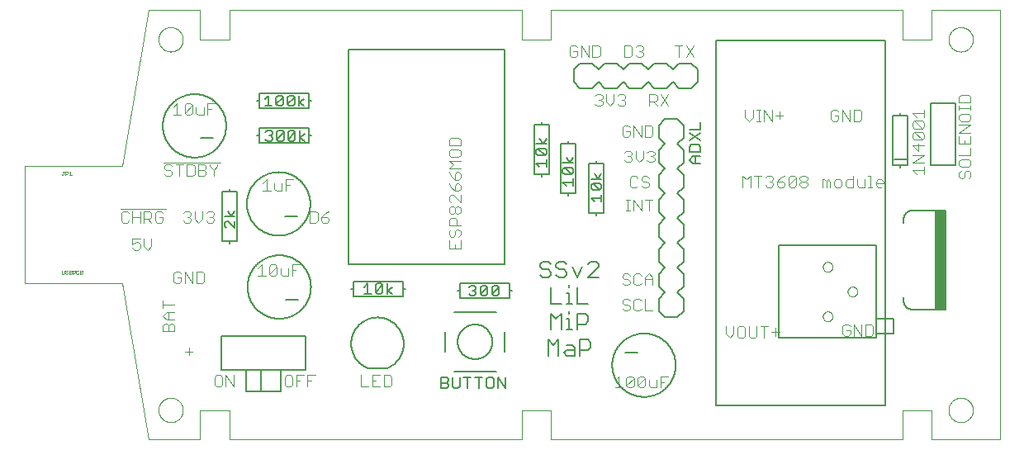
<source format=gto>
G75*
%MOIN*%
%OFA0B0*%
%FSLAX25Y25*%
%IPPOS*%
%LPD*%
%AMOC8*
5,1,8,0,0,1.08239X$1,22.5*
%
%ADD10C,0.00000*%
%ADD11C,0.00600*%
%ADD12C,0.00400*%
%ADD13C,0.00800*%
%ADD14C,0.00500*%
%ADD15R,0.04000X0.40000*%
%ADD16C,0.00100*%
D10*
X0061333Y0001000D02*
X0082199Y0001000D01*
X0082199Y0012811D01*
X0094010Y0012811D01*
X0094010Y0001000D01*
X0212121Y0001000D01*
X0212121Y0012811D01*
X0223932Y0012811D01*
X0223932Y0001000D01*
X0365664Y0001000D01*
X0365664Y0012811D01*
X0377475Y0012811D01*
X0377475Y0001000D01*
X0405034Y0001000D01*
X0405034Y0174228D01*
X0377475Y0174228D01*
X0377475Y0162417D01*
X0365664Y0162417D01*
X0365664Y0174228D01*
X0223932Y0174228D01*
X0223932Y0162417D01*
X0212121Y0162417D01*
X0212121Y0174228D01*
X0094010Y0174228D01*
X0094010Y0162417D01*
X0082199Y0162417D01*
X0082199Y0174228D01*
X0061333Y0174228D01*
X0050703Y0111236D01*
X0011333Y0111236D01*
X0011333Y0063992D01*
X0050703Y0063992D01*
X0061333Y0001000D01*
X0065467Y0012811D02*
X0065469Y0012951D01*
X0065475Y0013091D01*
X0065485Y0013230D01*
X0065499Y0013369D01*
X0065517Y0013508D01*
X0065538Y0013646D01*
X0065564Y0013784D01*
X0065594Y0013921D01*
X0065627Y0014056D01*
X0065665Y0014191D01*
X0065706Y0014325D01*
X0065751Y0014458D01*
X0065799Y0014589D01*
X0065852Y0014718D01*
X0065908Y0014847D01*
X0065967Y0014973D01*
X0066031Y0015098D01*
X0066097Y0015221D01*
X0066168Y0015342D01*
X0066241Y0015461D01*
X0066318Y0015578D01*
X0066399Y0015692D01*
X0066482Y0015804D01*
X0066569Y0015914D01*
X0066659Y0016022D01*
X0066751Y0016126D01*
X0066847Y0016228D01*
X0066946Y0016328D01*
X0067047Y0016424D01*
X0067151Y0016518D01*
X0067258Y0016608D01*
X0067367Y0016695D01*
X0067479Y0016780D01*
X0067593Y0016861D01*
X0067709Y0016939D01*
X0067827Y0017013D01*
X0067948Y0017084D01*
X0068070Y0017152D01*
X0068195Y0017216D01*
X0068321Y0017277D01*
X0068448Y0017334D01*
X0068578Y0017387D01*
X0068709Y0017437D01*
X0068841Y0017482D01*
X0068974Y0017525D01*
X0069109Y0017563D01*
X0069244Y0017597D01*
X0069381Y0017628D01*
X0069518Y0017655D01*
X0069656Y0017677D01*
X0069795Y0017696D01*
X0069934Y0017711D01*
X0070073Y0017722D01*
X0070213Y0017729D01*
X0070353Y0017732D01*
X0070493Y0017731D01*
X0070633Y0017726D01*
X0070772Y0017717D01*
X0070912Y0017704D01*
X0071051Y0017687D01*
X0071189Y0017666D01*
X0071327Y0017642D01*
X0071464Y0017613D01*
X0071600Y0017581D01*
X0071735Y0017544D01*
X0071869Y0017504D01*
X0072002Y0017460D01*
X0072133Y0017412D01*
X0072263Y0017361D01*
X0072392Y0017306D01*
X0072519Y0017247D01*
X0072644Y0017184D01*
X0072767Y0017119D01*
X0072889Y0017049D01*
X0073008Y0016976D01*
X0073126Y0016900D01*
X0073241Y0016821D01*
X0073354Y0016738D01*
X0073464Y0016652D01*
X0073572Y0016563D01*
X0073677Y0016471D01*
X0073780Y0016376D01*
X0073880Y0016278D01*
X0073977Y0016178D01*
X0074071Y0016074D01*
X0074163Y0015968D01*
X0074251Y0015860D01*
X0074336Y0015749D01*
X0074418Y0015635D01*
X0074497Y0015519D01*
X0074572Y0015402D01*
X0074644Y0015282D01*
X0074712Y0015160D01*
X0074777Y0015036D01*
X0074839Y0014910D01*
X0074897Y0014783D01*
X0074951Y0014654D01*
X0075002Y0014523D01*
X0075048Y0014391D01*
X0075091Y0014258D01*
X0075131Y0014124D01*
X0075166Y0013989D01*
X0075198Y0013852D01*
X0075225Y0013715D01*
X0075249Y0013577D01*
X0075269Y0013439D01*
X0075285Y0013300D01*
X0075297Y0013160D01*
X0075305Y0013021D01*
X0075309Y0012881D01*
X0075309Y0012741D01*
X0075305Y0012601D01*
X0075297Y0012462D01*
X0075285Y0012322D01*
X0075269Y0012183D01*
X0075249Y0012045D01*
X0075225Y0011907D01*
X0075198Y0011770D01*
X0075166Y0011633D01*
X0075131Y0011498D01*
X0075091Y0011364D01*
X0075048Y0011231D01*
X0075002Y0011099D01*
X0074951Y0010968D01*
X0074897Y0010839D01*
X0074839Y0010712D01*
X0074777Y0010586D01*
X0074712Y0010462D01*
X0074644Y0010340D01*
X0074572Y0010220D01*
X0074497Y0010103D01*
X0074418Y0009987D01*
X0074336Y0009873D01*
X0074251Y0009762D01*
X0074163Y0009654D01*
X0074071Y0009548D01*
X0073977Y0009444D01*
X0073880Y0009344D01*
X0073780Y0009246D01*
X0073677Y0009151D01*
X0073572Y0009059D01*
X0073464Y0008970D01*
X0073354Y0008884D01*
X0073241Y0008801D01*
X0073126Y0008722D01*
X0073008Y0008646D01*
X0072889Y0008573D01*
X0072767Y0008503D01*
X0072644Y0008438D01*
X0072519Y0008375D01*
X0072392Y0008316D01*
X0072263Y0008261D01*
X0072133Y0008210D01*
X0072002Y0008162D01*
X0071869Y0008118D01*
X0071735Y0008078D01*
X0071600Y0008041D01*
X0071464Y0008009D01*
X0071327Y0007980D01*
X0071189Y0007956D01*
X0071051Y0007935D01*
X0070912Y0007918D01*
X0070772Y0007905D01*
X0070633Y0007896D01*
X0070493Y0007891D01*
X0070353Y0007890D01*
X0070213Y0007893D01*
X0070073Y0007900D01*
X0069934Y0007911D01*
X0069795Y0007926D01*
X0069656Y0007945D01*
X0069518Y0007967D01*
X0069381Y0007994D01*
X0069244Y0008025D01*
X0069109Y0008059D01*
X0068974Y0008097D01*
X0068841Y0008140D01*
X0068709Y0008185D01*
X0068578Y0008235D01*
X0068448Y0008288D01*
X0068321Y0008345D01*
X0068195Y0008406D01*
X0068070Y0008470D01*
X0067948Y0008538D01*
X0067827Y0008609D01*
X0067709Y0008683D01*
X0067593Y0008761D01*
X0067479Y0008842D01*
X0067367Y0008927D01*
X0067258Y0009014D01*
X0067151Y0009104D01*
X0067047Y0009198D01*
X0066946Y0009294D01*
X0066847Y0009394D01*
X0066751Y0009496D01*
X0066659Y0009600D01*
X0066569Y0009708D01*
X0066482Y0009818D01*
X0066399Y0009930D01*
X0066318Y0010044D01*
X0066241Y0010161D01*
X0066168Y0010280D01*
X0066097Y0010401D01*
X0066031Y0010524D01*
X0065967Y0010649D01*
X0065908Y0010775D01*
X0065852Y0010904D01*
X0065799Y0011033D01*
X0065751Y0011164D01*
X0065706Y0011297D01*
X0065665Y0011431D01*
X0065627Y0011566D01*
X0065594Y0011701D01*
X0065564Y0011838D01*
X0065538Y0011976D01*
X0065517Y0012114D01*
X0065499Y0012253D01*
X0065485Y0012392D01*
X0065475Y0012531D01*
X0065469Y0012671D01*
X0065467Y0012811D01*
X0333616Y0050606D02*
X0333618Y0050694D01*
X0333624Y0050782D01*
X0333634Y0050870D01*
X0333648Y0050958D01*
X0333665Y0051044D01*
X0333687Y0051130D01*
X0333712Y0051214D01*
X0333742Y0051298D01*
X0333774Y0051380D01*
X0333811Y0051460D01*
X0333851Y0051539D01*
X0333895Y0051616D01*
X0333942Y0051691D01*
X0333992Y0051763D01*
X0334046Y0051834D01*
X0334102Y0051901D01*
X0334162Y0051967D01*
X0334224Y0052029D01*
X0334290Y0052089D01*
X0334357Y0052145D01*
X0334428Y0052199D01*
X0334500Y0052249D01*
X0334575Y0052296D01*
X0334652Y0052340D01*
X0334731Y0052380D01*
X0334811Y0052417D01*
X0334893Y0052449D01*
X0334977Y0052479D01*
X0335061Y0052504D01*
X0335147Y0052526D01*
X0335233Y0052543D01*
X0335321Y0052557D01*
X0335409Y0052567D01*
X0335497Y0052573D01*
X0335585Y0052575D01*
X0335673Y0052573D01*
X0335761Y0052567D01*
X0335849Y0052557D01*
X0335937Y0052543D01*
X0336023Y0052526D01*
X0336109Y0052504D01*
X0336193Y0052479D01*
X0336277Y0052449D01*
X0336359Y0052417D01*
X0336439Y0052380D01*
X0336518Y0052340D01*
X0336595Y0052296D01*
X0336670Y0052249D01*
X0336742Y0052199D01*
X0336813Y0052145D01*
X0336880Y0052089D01*
X0336946Y0052029D01*
X0337008Y0051967D01*
X0337068Y0051901D01*
X0337124Y0051834D01*
X0337178Y0051763D01*
X0337228Y0051691D01*
X0337275Y0051616D01*
X0337319Y0051539D01*
X0337359Y0051460D01*
X0337396Y0051380D01*
X0337428Y0051298D01*
X0337458Y0051214D01*
X0337483Y0051130D01*
X0337505Y0051044D01*
X0337522Y0050958D01*
X0337536Y0050870D01*
X0337546Y0050782D01*
X0337552Y0050694D01*
X0337554Y0050606D01*
X0337552Y0050518D01*
X0337546Y0050430D01*
X0337536Y0050342D01*
X0337522Y0050254D01*
X0337505Y0050168D01*
X0337483Y0050082D01*
X0337458Y0049998D01*
X0337428Y0049914D01*
X0337396Y0049832D01*
X0337359Y0049752D01*
X0337319Y0049673D01*
X0337275Y0049596D01*
X0337228Y0049521D01*
X0337178Y0049449D01*
X0337124Y0049378D01*
X0337068Y0049311D01*
X0337008Y0049245D01*
X0336946Y0049183D01*
X0336880Y0049123D01*
X0336813Y0049067D01*
X0336742Y0049013D01*
X0336670Y0048963D01*
X0336595Y0048916D01*
X0336518Y0048872D01*
X0336439Y0048832D01*
X0336359Y0048795D01*
X0336277Y0048763D01*
X0336193Y0048733D01*
X0336109Y0048708D01*
X0336023Y0048686D01*
X0335937Y0048669D01*
X0335849Y0048655D01*
X0335761Y0048645D01*
X0335673Y0048639D01*
X0335585Y0048637D01*
X0335497Y0048639D01*
X0335409Y0048645D01*
X0335321Y0048655D01*
X0335233Y0048669D01*
X0335147Y0048686D01*
X0335061Y0048708D01*
X0334977Y0048733D01*
X0334893Y0048763D01*
X0334811Y0048795D01*
X0334731Y0048832D01*
X0334652Y0048872D01*
X0334575Y0048916D01*
X0334500Y0048963D01*
X0334428Y0049013D01*
X0334357Y0049067D01*
X0334290Y0049123D01*
X0334224Y0049183D01*
X0334162Y0049245D01*
X0334102Y0049311D01*
X0334046Y0049378D01*
X0333992Y0049449D01*
X0333942Y0049521D01*
X0333895Y0049596D01*
X0333851Y0049673D01*
X0333811Y0049752D01*
X0333774Y0049832D01*
X0333742Y0049914D01*
X0333712Y0049998D01*
X0333687Y0050082D01*
X0333665Y0050168D01*
X0333648Y0050254D01*
X0333634Y0050342D01*
X0333624Y0050430D01*
X0333618Y0050518D01*
X0333616Y0050606D01*
X0343616Y0060606D02*
X0343618Y0060694D01*
X0343624Y0060782D01*
X0343634Y0060870D01*
X0343648Y0060958D01*
X0343665Y0061044D01*
X0343687Y0061130D01*
X0343712Y0061214D01*
X0343742Y0061298D01*
X0343774Y0061380D01*
X0343811Y0061460D01*
X0343851Y0061539D01*
X0343895Y0061616D01*
X0343942Y0061691D01*
X0343992Y0061763D01*
X0344046Y0061834D01*
X0344102Y0061901D01*
X0344162Y0061967D01*
X0344224Y0062029D01*
X0344290Y0062089D01*
X0344357Y0062145D01*
X0344428Y0062199D01*
X0344500Y0062249D01*
X0344575Y0062296D01*
X0344652Y0062340D01*
X0344731Y0062380D01*
X0344811Y0062417D01*
X0344893Y0062449D01*
X0344977Y0062479D01*
X0345061Y0062504D01*
X0345147Y0062526D01*
X0345233Y0062543D01*
X0345321Y0062557D01*
X0345409Y0062567D01*
X0345497Y0062573D01*
X0345585Y0062575D01*
X0345673Y0062573D01*
X0345761Y0062567D01*
X0345849Y0062557D01*
X0345937Y0062543D01*
X0346023Y0062526D01*
X0346109Y0062504D01*
X0346193Y0062479D01*
X0346277Y0062449D01*
X0346359Y0062417D01*
X0346439Y0062380D01*
X0346518Y0062340D01*
X0346595Y0062296D01*
X0346670Y0062249D01*
X0346742Y0062199D01*
X0346813Y0062145D01*
X0346880Y0062089D01*
X0346946Y0062029D01*
X0347008Y0061967D01*
X0347068Y0061901D01*
X0347124Y0061834D01*
X0347178Y0061763D01*
X0347228Y0061691D01*
X0347275Y0061616D01*
X0347319Y0061539D01*
X0347359Y0061460D01*
X0347396Y0061380D01*
X0347428Y0061298D01*
X0347458Y0061214D01*
X0347483Y0061130D01*
X0347505Y0061044D01*
X0347522Y0060958D01*
X0347536Y0060870D01*
X0347546Y0060782D01*
X0347552Y0060694D01*
X0347554Y0060606D01*
X0347552Y0060518D01*
X0347546Y0060430D01*
X0347536Y0060342D01*
X0347522Y0060254D01*
X0347505Y0060168D01*
X0347483Y0060082D01*
X0347458Y0059998D01*
X0347428Y0059914D01*
X0347396Y0059832D01*
X0347359Y0059752D01*
X0347319Y0059673D01*
X0347275Y0059596D01*
X0347228Y0059521D01*
X0347178Y0059449D01*
X0347124Y0059378D01*
X0347068Y0059311D01*
X0347008Y0059245D01*
X0346946Y0059183D01*
X0346880Y0059123D01*
X0346813Y0059067D01*
X0346742Y0059013D01*
X0346670Y0058963D01*
X0346595Y0058916D01*
X0346518Y0058872D01*
X0346439Y0058832D01*
X0346359Y0058795D01*
X0346277Y0058763D01*
X0346193Y0058733D01*
X0346109Y0058708D01*
X0346023Y0058686D01*
X0345937Y0058669D01*
X0345849Y0058655D01*
X0345761Y0058645D01*
X0345673Y0058639D01*
X0345585Y0058637D01*
X0345497Y0058639D01*
X0345409Y0058645D01*
X0345321Y0058655D01*
X0345233Y0058669D01*
X0345147Y0058686D01*
X0345061Y0058708D01*
X0344977Y0058733D01*
X0344893Y0058763D01*
X0344811Y0058795D01*
X0344731Y0058832D01*
X0344652Y0058872D01*
X0344575Y0058916D01*
X0344500Y0058963D01*
X0344428Y0059013D01*
X0344357Y0059067D01*
X0344290Y0059123D01*
X0344224Y0059183D01*
X0344162Y0059245D01*
X0344102Y0059311D01*
X0344046Y0059378D01*
X0343992Y0059449D01*
X0343942Y0059521D01*
X0343895Y0059596D01*
X0343851Y0059673D01*
X0343811Y0059752D01*
X0343774Y0059832D01*
X0343742Y0059914D01*
X0343712Y0059998D01*
X0343687Y0060082D01*
X0343665Y0060168D01*
X0343648Y0060254D01*
X0343634Y0060342D01*
X0343624Y0060430D01*
X0343618Y0060518D01*
X0343616Y0060606D01*
X0333616Y0070606D02*
X0333618Y0070694D01*
X0333624Y0070782D01*
X0333634Y0070870D01*
X0333648Y0070958D01*
X0333665Y0071044D01*
X0333687Y0071130D01*
X0333712Y0071214D01*
X0333742Y0071298D01*
X0333774Y0071380D01*
X0333811Y0071460D01*
X0333851Y0071539D01*
X0333895Y0071616D01*
X0333942Y0071691D01*
X0333992Y0071763D01*
X0334046Y0071834D01*
X0334102Y0071901D01*
X0334162Y0071967D01*
X0334224Y0072029D01*
X0334290Y0072089D01*
X0334357Y0072145D01*
X0334428Y0072199D01*
X0334500Y0072249D01*
X0334575Y0072296D01*
X0334652Y0072340D01*
X0334731Y0072380D01*
X0334811Y0072417D01*
X0334893Y0072449D01*
X0334977Y0072479D01*
X0335061Y0072504D01*
X0335147Y0072526D01*
X0335233Y0072543D01*
X0335321Y0072557D01*
X0335409Y0072567D01*
X0335497Y0072573D01*
X0335585Y0072575D01*
X0335673Y0072573D01*
X0335761Y0072567D01*
X0335849Y0072557D01*
X0335937Y0072543D01*
X0336023Y0072526D01*
X0336109Y0072504D01*
X0336193Y0072479D01*
X0336277Y0072449D01*
X0336359Y0072417D01*
X0336439Y0072380D01*
X0336518Y0072340D01*
X0336595Y0072296D01*
X0336670Y0072249D01*
X0336742Y0072199D01*
X0336813Y0072145D01*
X0336880Y0072089D01*
X0336946Y0072029D01*
X0337008Y0071967D01*
X0337068Y0071901D01*
X0337124Y0071834D01*
X0337178Y0071763D01*
X0337228Y0071691D01*
X0337275Y0071616D01*
X0337319Y0071539D01*
X0337359Y0071460D01*
X0337396Y0071380D01*
X0337428Y0071298D01*
X0337458Y0071214D01*
X0337483Y0071130D01*
X0337505Y0071044D01*
X0337522Y0070958D01*
X0337536Y0070870D01*
X0337546Y0070782D01*
X0337552Y0070694D01*
X0337554Y0070606D01*
X0337552Y0070518D01*
X0337546Y0070430D01*
X0337536Y0070342D01*
X0337522Y0070254D01*
X0337505Y0070168D01*
X0337483Y0070082D01*
X0337458Y0069998D01*
X0337428Y0069914D01*
X0337396Y0069832D01*
X0337359Y0069752D01*
X0337319Y0069673D01*
X0337275Y0069596D01*
X0337228Y0069521D01*
X0337178Y0069449D01*
X0337124Y0069378D01*
X0337068Y0069311D01*
X0337008Y0069245D01*
X0336946Y0069183D01*
X0336880Y0069123D01*
X0336813Y0069067D01*
X0336742Y0069013D01*
X0336670Y0068963D01*
X0336595Y0068916D01*
X0336518Y0068872D01*
X0336439Y0068832D01*
X0336359Y0068795D01*
X0336277Y0068763D01*
X0336193Y0068733D01*
X0336109Y0068708D01*
X0336023Y0068686D01*
X0335937Y0068669D01*
X0335849Y0068655D01*
X0335761Y0068645D01*
X0335673Y0068639D01*
X0335585Y0068637D01*
X0335497Y0068639D01*
X0335409Y0068645D01*
X0335321Y0068655D01*
X0335233Y0068669D01*
X0335147Y0068686D01*
X0335061Y0068708D01*
X0334977Y0068733D01*
X0334893Y0068763D01*
X0334811Y0068795D01*
X0334731Y0068832D01*
X0334652Y0068872D01*
X0334575Y0068916D01*
X0334500Y0068963D01*
X0334428Y0069013D01*
X0334357Y0069067D01*
X0334290Y0069123D01*
X0334224Y0069183D01*
X0334162Y0069245D01*
X0334102Y0069311D01*
X0334046Y0069378D01*
X0333992Y0069449D01*
X0333942Y0069521D01*
X0333895Y0069596D01*
X0333851Y0069673D01*
X0333811Y0069752D01*
X0333774Y0069832D01*
X0333742Y0069914D01*
X0333712Y0069998D01*
X0333687Y0070082D01*
X0333665Y0070168D01*
X0333648Y0070254D01*
X0333634Y0070342D01*
X0333624Y0070430D01*
X0333618Y0070518D01*
X0333616Y0070606D01*
X0384365Y0012811D02*
X0384367Y0012951D01*
X0384373Y0013091D01*
X0384383Y0013230D01*
X0384397Y0013369D01*
X0384415Y0013508D01*
X0384436Y0013646D01*
X0384462Y0013784D01*
X0384492Y0013921D01*
X0384525Y0014056D01*
X0384563Y0014191D01*
X0384604Y0014325D01*
X0384649Y0014458D01*
X0384697Y0014589D01*
X0384750Y0014718D01*
X0384806Y0014847D01*
X0384865Y0014973D01*
X0384929Y0015098D01*
X0384995Y0015221D01*
X0385066Y0015342D01*
X0385139Y0015461D01*
X0385216Y0015578D01*
X0385297Y0015692D01*
X0385380Y0015804D01*
X0385467Y0015914D01*
X0385557Y0016022D01*
X0385649Y0016126D01*
X0385745Y0016228D01*
X0385844Y0016328D01*
X0385945Y0016424D01*
X0386049Y0016518D01*
X0386156Y0016608D01*
X0386265Y0016695D01*
X0386377Y0016780D01*
X0386491Y0016861D01*
X0386607Y0016939D01*
X0386725Y0017013D01*
X0386846Y0017084D01*
X0386968Y0017152D01*
X0387093Y0017216D01*
X0387219Y0017277D01*
X0387346Y0017334D01*
X0387476Y0017387D01*
X0387607Y0017437D01*
X0387739Y0017482D01*
X0387872Y0017525D01*
X0388007Y0017563D01*
X0388142Y0017597D01*
X0388279Y0017628D01*
X0388416Y0017655D01*
X0388554Y0017677D01*
X0388693Y0017696D01*
X0388832Y0017711D01*
X0388971Y0017722D01*
X0389111Y0017729D01*
X0389251Y0017732D01*
X0389391Y0017731D01*
X0389531Y0017726D01*
X0389670Y0017717D01*
X0389810Y0017704D01*
X0389949Y0017687D01*
X0390087Y0017666D01*
X0390225Y0017642D01*
X0390362Y0017613D01*
X0390498Y0017581D01*
X0390633Y0017544D01*
X0390767Y0017504D01*
X0390900Y0017460D01*
X0391031Y0017412D01*
X0391161Y0017361D01*
X0391290Y0017306D01*
X0391417Y0017247D01*
X0391542Y0017184D01*
X0391665Y0017119D01*
X0391787Y0017049D01*
X0391906Y0016976D01*
X0392024Y0016900D01*
X0392139Y0016821D01*
X0392252Y0016738D01*
X0392362Y0016652D01*
X0392470Y0016563D01*
X0392575Y0016471D01*
X0392678Y0016376D01*
X0392778Y0016278D01*
X0392875Y0016178D01*
X0392969Y0016074D01*
X0393061Y0015968D01*
X0393149Y0015860D01*
X0393234Y0015749D01*
X0393316Y0015635D01*
X0393395Y0015519D01*
X0393470Y0015402D01*
X0393542Y0015282D01*
X0393610Y0015160D01*
X0393675Y0015036D01*
X0393737Y0014910D01*
X0393795Y0014783D01*
X0393849Y0014654D01*
X0393900Y0014523D01*
X0393946Y0014391D01*
X0393989Y0014258D01*
X0394029Y0014124D01*
X0394064Y0013989D01*
X0394096Y0013852D01*
X0394123Y0013715D01*
X0394147Y0013577D01*
X0394167Y0013439D01*
X0394183Y0013300D01*
X0394195Y0013160D01*
X0394203Y0013021D01*
X0394207Y0012881D01*
X0394207Y0012741D01*
X0394203Y0012601D01*
X0394195Y0012462D01*
X0394183Y0012322D01*
X0394167Y0012183D01*
X0394147Y0012045D01*
X0394123Y0011907D01*
X0394096Y0011770D01*
X0394064Y0011633D01*
X0394029Y0011498D01*
X0393989Y0011364D01*
X0393946Y0011231D01*
X0393900Y0011099D01*
X0393849Y0010968D01*
X0393795Y0010839D01*
X0393737Y0010712D01*
X0393675Y0010586D01*
X0393610Y0010462D01*
X0393542Y0010340D01*
X0393470Y0010220D01*
X0393395Y0010103D01*
X0393316Y0009987D01*
X0393234Y0009873D01*
X0393149Y0009762D01*
X0393061Y0009654D01*
X0392969Y0009548D01*
X0392875Y0009444D01*
X0392778Y0009344D01*
X0392678Y0009246D01*
X0392575Y0009151D01*
X0392470Y0009059D01*
X0392362Y0008970D01*
X0392252Y0008884D01*
X0392139Y0008801D01*
X0392024Y0008722D01*
X0391906Y0008646D01*
X0391787Y0008573D01*
X0391665Y0008503D01*
X0391542Y0008438D01*
X0391417Y0008375D01*
X0391290Y0008316D01*
X0391161Y0008261D01*
X0391031Y0008210D01*
X0390900Y0008162D01*
X0390767Y0008118D01*
X0390633Y0008078D01*
X0390498Y0008041D01*
X0390362Y0008009D01*
X0390225Y0007980D01*
X0390087Y0007956D01*
X0389949Y0007935D01*
X0389810Y0007918D01*
X0389670Y0007905D01*
X0389531Y0007896D01*
X0389391Y0007891D01*
X0389251Y0007890D01*
X0389111Y0007893D01*
X0388971Y0007900D01*
X0388832Y0007911D01*
X0388693Y0007926D01*
X0388554Y0007945D01*
X0388416Y0007967D01*
X0388279Y0007994D01*
X0388142Y0008025D01*
X0388007Y0008059D01*
X0387872Y0008097D01*
X0387739Y0008140D01*
X0387607Y0008185D01*
X0387476Y0008235D01*
X0387346Y0008288D01*
X0387219Y0008345D01*
X0387093Y0008406D01*
X0386968Y0008470D01*
X0386846Y0008538D01*
X0386725Y0008609D01*
X0386607Y0008683D01*
X0386491Y0008761D01*
X0386377Y0008842D01*
X0386265Y0008927D01*
X0386156Y0009014D01*
X0386049Y0009104D01*
X0385945Y0009198D01*
X0385844Y0009294D01*
X0385745Y0009394D01*
X0385649Y0009496D01*
X0385557Y0009600D01*
X0385467Y0009708D01*
X0385380Y0009818D01*
X0385297Y0009930D01*
X0385216Y0010044D01*
X0385139Y0010161D01*
X0385066Y0010280D01*
X0384995Y0010401D01*
X0384929Y0010524D01*
X0384865Y0010649D01*
X0384806Y0010775D01*
X0384750Y0010904D01*
X0384697Y0011033D01*
X0384649Y0011164D01*
X0384604Y0011297D01*
X0384563Y0011431D01*
X0384525Y0011566D01*
X0384492Y0011701D01*
X0384462Y0011838D01*
X0384436Y0011976D01*
X0384415Y0012114D01*
X0384397Y0012253D01*
X0384383Y0012392D01*
X0384373Y0012531D01*
X0384367Y0012671D01*
X0384365Y0012811D01*
X0384365Y0162417D02*
X0384367Y0162557D01*
X0384373Y0162697D01*
X0384383Y0162836D01*
X0384397Y0162975D01*
X0384415Y0163114D01*
X0384436Y0163252D01*
X0384462Y0163390D01*
X0384492Y0163527D01*
X0384525Y0163662D01*
X0384563Y0163797D01*
X0384604Y0163931D01*
X0384649Y0164064D01*
X0384697Y0164195D01*
X0384750Y0164324D01*
X0384806Y0164453D01*
X0384865Y0164579D01*
X0384929Y0164704D01*
X0384995Y0164827D01*
X0385066Y0164948D01*
X0385139Y0165067D01*
X0385216Y0165184D01*
X0385297Y0165298D01*
X0385380Y0165410D01*
X0385467Y0165520D01*
X0385557Y0165628D01*
X0385649Y0165732D01*
X0385745Y0165834D01*
X0385844Y0165934D01*
X0385945Y0166030D01*
X0386049Y0166124D01*
X0386156Y0166214D01*
X0386265Y0166301D01*
X0386377Y0166386D01*
X0386491Y0166467D01*
X0386607Y0166545D01*
X0386725Y0166619D01*
X0386846Y0166690D01*
X0386968Y0166758D01*
X0387093Y0166822D01*
X0387219Y0166883D01*
X0387346Y0166940D01*
X0387476Y0166993D01*
X0387607Y0167043D01*
X0387739Y0167088D01*
X0387872Y0167131D01*
X0388007Y0167169D01*
X0388142Y0167203D01*
X0388279Y0167234D01*
X0388416Y0167261D01*
X0388554Y0167283D01*
X0388693Y0167302D01*
X0388832Y0167317D01*
X0388971Y0167328D01*
X0389111Y0167335D01*
X0389251Y0167338D01*
X0389391Y0167337D01*
X0389531Y0167332D01*
X0389670Y0167323D01*
X0389810Y0167310D01*
X0389949Y0167293D01*
X0390087Y0167272D01*
X0390225Y0167248D01*
X0390362Y0167219D01*
X0390498Y0167187D01*
X0390633Y0167150D01*
X0390767Y0167110D01*
X0390900Y0167066D01*
X0391031Y0167018D01*
X0391161Y0166967D01*
X0391290Y0166912D01*
X0391417Y0166853D01*
X0391542Y0166790D01*
X0391665Y0166725D01*
X0391787Y0166655D01*
X0391906Y0166582D01*
X0392024Y0166506D01*
X0392139Y0166427D01*
X0392252Y0166344D01*
X0392362Y0166258D01*
X0392470Y0166169D01*
X0392575Y0166077D01*
X0392678Y0165982D01*
X0392778Y0165884D01*
X0392875Y0165784D01*
X0392969Y0165680D01*
X0393061Y0165574D01*
X0393149Y0165466D01*
X0393234Y0165355D01*
X0393316Y0165241D01*
X0393395Y0165125D01*
X0393470Y0165008D01*
X0393542Y0164888D01*
X0393610Y0164766D01*
X0393675Y0164642D01*
X0393737Y0164516D01*
X0393795Y0164389D01*
X0393849Y0164260D01*
X0393900Y0164129D01*
X0393946Y0163997D01*
X0393989Y0163864D01*
X0394029Y0163730D01*
X0394064Y0163595D01*
X0394096Y0163458D01*
X0394123Y0163321D01*
X0394147Y0163183D01*
X0394167Y0163045D01*
X0394183Y0162906D01*
X0394195Y0162766D01*
X0394203Y0162627D01*
X0394207Y0162487D01*
X0394207Y0162347D01*
X0394203Y0162207D01*
X0394195Y0162068D01*
X0394183Y0161928D01*
X0394167Y0161789D01*
X0394147Y0161651D01*
X0394123Y0161513D01*
X0394096Y0161376D01*
X0394064Y0161239D01*
X0394029Y0161104D01*
X0393989Y0160970D01*
X0393946Y0160837D01*
X0393900Y0160705D01*
X0393849Y0160574D01*
X0393795Y0160445D01*
X0393737Y0160318D01*
X0393675Y0160192D01*
X0393610Y0160068D01*
X0393542Y0159946D01*
X0393470Y0159826D01*
X0393395Y0159709D01*
X0393316Y0159593D01*
X0393234Y0159479D01*
X0393149Y0159368D01*
X0393061Y0159260D01*
X0392969Y0159154D01*
X0392875Y0159050D01*
X0392778Y0158950D01*
X0392678Y0158852D01*
X0392575Y0158757D01*
X0392470Y0158665D01*
X0392362Y0158576D01*
X0392252Y0158490D01*
X0392139Y0158407D01*
X0392024Y0158328D01*
X0391906Y0158252D01*
X0391787Y0158179D01*
X0391665Y0158109D01*
X0391542Y0158044D01*
X0391417Y0157981D01*
X0391290Y0157922D01*
X0391161Y0157867D01*
X0391031Y0157816D01*
X0390900Y0157768D01*
X0390767Y0157724D01*
X0390633Y0157684D01*
X0390498Y0157647D01*
X0390362Y0157615D01*
X0390225Y0157586D01*
X0390087Y0157562D01*
X0389949Y0157541D01*
X0389810Y0157524D01*
X0389670Y0157511D01*
X0389531Y0157502D01*
X0389391Y0157497D01*
X0389251Y0157496D01*
X0389111Y0157499D01*
X0388971Y0157506D01*
X0388832Y0157517D01*
X0388693Y0157532D01*
X0388554Y0157551D01*
X0388416Y0157573D01*
X0388279Y0157600D01*
X0388142Y0157631D01*
X0388007Y0157665D01*
X0387872Y0157703D01*
X0387739Y0157746D01*
X0387607Y0157791D01*
X0387476Y0157841D01*
X0387346Y0157894D01*
X0387219Y0157951D01*
X0387093Y0158012D01*
X0386968Y0158076D01*
X0386846Y0158144D01*
X0386725Y0158215D01*
X0386607Y0158289D01*
X0386491Y0158367D01*
X0386377Y0158448D01*
X0386265Y0158533D01*
X0386156Y0158620D01*
X0386049Y0158710D01*
X0385945Y0158804D01*
X0385844Y0158900D01*
X0385745Y0159000D01*
X0385649Y0159102D01*
X0385557Y0159206D01*
X0385467Y0159314D01*
X0385380Y0159424D01*
X0385297Y0159536D01*
X0385216Y0159650D01*
X0385139Y0159767D01*
X0385066Y0159886D01*
X0384995Y0160007D01*
X0384929Y0160130D01*
X0384865Y0160255D01*
X0384806Y0160381D01*
X0384750Y0160510D01*
X0384697Y0160639D01*
X0384649Y0160770D01*
X0384604Y0160903D01*
X0384563Y0161037D01*
X0384525Y0161172D01*
X0384492Y0161307D01*
X0384462Y0161444D01*
X0384436Y0161582D01*
X0384415Y0161720D01*
X0384397Y0161859D01*
X0384383Y0161998D01*
X0384373Y0162137D01*
X0384367Y0162277D01*
X0384365Y0162417D01*
X0065467Y0162417D02*
X0065469Y0162557D01*
X0065475Y0162697D01*
X0065485Y0162836D01*
X0065499Y0162975D01*
X0065517Y0163114D01*
X0065538Y0163252D01*
X0065564Y0163390D01*
X0065594Y0163527D01*
X0065627Y0163662D01*
X0065665Y0163797D01*
X0065706Y0163931D01*
X0065751Y0164064D01*
X0065799Y0164195D01*
X0065852Y0164324D01*
X0065908Y0164453D01*
X0065967Y0164579D01*
X0066031Y0164704D01*
X0066097Y0164827D01*
X0066168Y0164948D01*
X0066241Y0165067D01*
X0066318Y0165184D01*
X0066399Y0165298D01*
X0066482Y0165410D01*
X0066569Y0165520D01*
X0066659Y0165628D01*
X0066751Y0165732D01*
X0066847Y0165834D01*
X0066946Y0165934D01*
X0067047Y0166030D01*
X0067151Y0166124D01*
X0067258Y0166214D01*
X0067367Y0166301D01*
X0067479Y0166386D01*
X0067593Y0166467D01*
X0067709Y0166545D01*
X0067827Y0166619D01*
X0067948Y0166690D01*
X0068070Y0166758D01*
X0068195Y0166822D01*
X0068321Y0166883D01*
X0068448Y0166940D01*
X0068578Y0166993D01*
X0068709Y0167043D01*
X0068841Y0167088D01*
X0068974Y0167131D01*
X0069109Y0167169D01*
X0069244Y0167203D01*
X0069381Y0167234D01*
X0069518Y0167261D01*
X0069656Y0167283D01*
X0069795Y0167302D01*
X0069934Y0167317D01*
X0070073Y0167328D01*
X0070213Y0167335D01*
X0070353Y0167338D01*
X0070493Y0167337D01*
X0070633Y0167332D01*
X0070772Y0167323D01*
X0070912Y0167310D01*
X0071051Y0167293D01*
X0071189Y0167272D01*
X0071327Y0167248D01*
X0071464Y0167219D01*
X0071600Y0167187D01*
X0071735Y0167150D01*
X0071869Y0167110D01*
X0072002Y0167066D01*
X0072133Y0167018D01*
X0072263Y0166967D01*
X0072392Y0166912D01*
X0072519Y0166853D01*
X0072644Y0166790D01*
X0072767Y0166725D01*
X0072889Y0166655D01*
X0073008Y0166582D01*
X0073126Y0166506D01*
X0073241Y0166427D01*
X0073354Y0166344D01*
X0073464Y0166258D01*
X0073572Y0166169D01*
X0073677Y0166077D01*
X0073780Y0165982D01*
X0073880Y0165884D01*
X0073977Y0165784D01*
X0074071Y0165680D01*
X0074163Y0165574D01*
X0074251Y0165466D01*
X0074336Y0165355D01*
X0074418Y0165241D01*
X0074497Y0165125D01*
X0074572Y0165008D01*
X0074644Y0164888D01*
X0074712Y0164766D01*
X0074777Y0164642D01*
X0074839Y0164516D01*
X0074897Y0164389D01*
X0074951Y0164260D01*
X0075002Y0164129D01*
X0075048Y0163997D01*
X0075091Y0163864D01*
X0075131Y0163730D01*
X0075166Y0163595D01*
X0075198Y0163458D01*
X0075225Y0163321D01*
X0075249Y0163183D01*
X0075269Y0163045D01*
X0075285Y0162906D01*
X0075297Y0162766D01*
X0075305Y0162627D01*
X0075309Y0162487D01*
X0075309Y0162347D01*
X0075305Y0162207D01*
X0075297Y0162068D01*
X0075285Y0161928D01*
X0075269Y0161789D01*
X0075249Y0161651D01*
X0075225Y0161513D01*
X0075198Y0161376D01*
X0075166Y0161239D01*
X0075131Y0161104D01*
X0075091Y0160970D01*
X0075048Y0160837D01*
X0075002Y0160705D01*
X0074951Y0160574D01*
X0074897Y0160445D01*
X0074839Y0160318D01*
X0074777Y0160192D01*
X0074712Y0160068D01*
X0074644Y0159946D01*
X0074572Y0159826D01*
X0074497Y0159709D01*
X0074418Y0159593D01*
X0074336Y0159479D01*
X0074251Y0159368D01*
X0074163Y0159260D01*
X0074071Y0159154D01*
X0073977Y0159050D01*
X0073880Y0158950D01*
X0073780Y0158852D01*
X0073677Y0158757D01*
X0073572Y0158665D01*
X0073464Y0158576D01*
X0073354Y0158490D01*
X0073241Y0158407D01*
X0073126Y0158328D01*
X0073008Y0158252D01*
X0072889Y0158179D01*
X0072767Y0158109D01*
X0072644Y0158044D01*
X0072519Y0157981D01*
X0072392Y0157922D01*
X0072263Y0157867D01*
X0072133Y0157816D01*
X0072002Y0157768D01*
X0071869Y0157724D01*
X0071735Y0157684D01*
X0071600Y0157647D01*
X0071464Y0157615D01*
X0071327Y0157586D01*
X0071189Y0157562D01*
X0071051Y0157541D01*
X0070912Y0157524D01*
X0070772Y0157511D01*
X0070633Y0157502D01*
X0070493Y0157497D01*
X0070353Y0157496D01*
X0070213Y0157499D01*
X0070073Y0157506D01*
X0069934Y0157517D01*
X0069795Y0157532D01*
X0069656Y0157551D01*
X0069518Y0157573D01*
X0069381Y0157600D01*
X0069244Y0157631D01*
X0069109Y0157665D01*
X0068974Y0157703D01*
X0068841Y0157746D01*
X0068709Y0157791D01*
X0068578Y0157841D01*
X0068448Y0157894D01*
X0068321Y0157951D01*
X0068195Y0158012D01*
X0068070Y0158076D01*
X0067948Y0158144D01*
X0067827Y0158215D01*
X0067709Y0158289D01*
X0067593Y0158367D01*
X0067479Y0158448D01*
X0067367Y0158533D01*
X0067258Y0158620D01*
X0067151Y0158710D01*
X0067047Y0158804D01*
X0066946Y0158900D01*
X0066847Y0159000D01*
X0066751Y0159102D01*
X0066659Y0159206D01*
X0066569Y0159314D01*
X0066482Y0159424D01*
X0066399Y0159536D01*
X0066318Y0159650D01*
X0066241Y0159767D01*
X0066168Y0159886D01*
X0066097Y0160007D01*
X0066031Y0160130D01*
X0065967Y0160255D01*
X0065908Y0160381D01*
X0065852Y0160510D01*
X0065799Y0160639D01*
X0065751Y0160770D01*
X0065706Y0160903D01*
X0065665Y0161037D01*
X0065627Y0161172D01*
X0065594Y0161307D01*
X0065564Y0161444D01*
X0065538Y0161582D01*
X0065517Y0161720D01*
X0065499Y0161859D01*
X0065485Y0161998D01*
X0065475Y0162137D01*
X0065469Y0162277D01*
X0065467Y0162417D01*
D11*
X0219490Y0071644D02*
X0220558Y0072711D01*
X0222693Y0072711D01*
X0223761Y0071644D01*
X0225936Y0071644D02*
X0225936Y0070576D01*
X0227003Y0069509D01*
X0229139Y0069509D01*
X0230206Y0068441D01*
X0230206Y0067373D01*
X0229139Y0066306D01*
X0227003Y0066306D01*
X0225936Y0067373D01*
X0223761Y0067373D02*
X0222693Y0066306D01*
X0220558Y0066306D01*
X0219490Y0067373D01*
X0220558Y0069509D02*
X0222693Y0069509D01*
X0223761Y0068441D01*
X0223761Y0067373D01*
X0220558Y0069509D02*
X0219490Y0070576D01*
X0219490Y0071644D01*
X0225936Y0071644D02*
X0227003Y0072711D01*
X0229139Y0072711D01*
X0230206Y0071644D01*
X0232381Y0070576D02*
X0234516Y0066306D01*
X0236652Y0070576D01*
X0238827Y0071644D02*
X0239894Y0072711D01*
X0242030Y0072711D01*
X0243097Y0071644D01*
X0243097Y0070576D01*
X0238827Y0066306D01*
X0243097Y0066306D01*
X0234530Y0062211D02*
X0234530Y0055806D01*
X0238800Y0055806D01*
X0232368Y0055806D02*
X0230233Y0055806D01*
X0231300Y0055806D02*
X0231300Y0060076D01*
X0230233Y0060076D01*
X0231300Y0062211D02*
X0231300Y0063279D01*
X0223787Y0062211D02*
X0223787Y0055806D01*
X0228058Y0055806D01*
X0231300Y0052779D02*
X0231300Y0051711D01*
X0231300Y0049576D02*
X0231300Y0045306D01*
X0230233Y0045306D02*
X0232368Y0045306D01*
X0234530Y0045306D02*
X0234530Y0051711D01*
X0237733Y0051711D01*
X0238800Y0050644D01*
X0238800Y0048509D01*
X0237733Y0047441D01*
X0234530Y0047441D01*
X0231300Y0049576D02*
X0230233Y0049576D01*
X0228058Y0051711D02*
X0228058Y0045306D01*
X0223787Y0045306D02*
X0223787Y0051711D01*
X0225923Y0049576D01*
X0228058Y0051711D01*
X0226983Y0041211D02*
X0226983Y0034806D01*
X0229159Y0035873D02*
X0230226Y0036941D01*
X0233429Y0036941D01*
X0233429Y0038009D02*
X0233429Y0034806D01*
X0230226Y0034806D01*
X0229159Y0035873D01*
X0232361Y0039076D02*
X0233429Y0038009D01*
X0232361Y0039076D02*
X0230226Y0039076D01*
X0226983Y0041211D02*
X0224848Y0039076D01*
X0222713Y0041211D01*
X0222713Y0034806D01*
X0235604Y0034806D02*
X0235604Y0041211D01*
X0238807Y0041211D01*
X0239874Y0040144D01*
X0239874Y0038009D01*
X0238807Y0036941D01*
X0235604Y0036941D01*
D12*
X0249689Y0024927D02*
X0251223Y0026461D01*
X0251223Y0021857D01*
X0249689Y0021857D02*
X0252758Y0021857D01*
X0254293Y0022625D02*
X0257362Y0025694D01*
X0257362Y0022625D01*
X0256595Y0021857D01*
X0255060Y0021857D01*
X0254293Y0022625D01*
X0254293Y0025694D01*
X0255060Y0026461D01*
X0256595Y0026461D01*
X0257362Y0025694D01*
X0258897Y0025694D02*
X0259664Y0026461D01*
X0261199Y0026461D01*
X0261966Y0025694D01*
X0258897Y0022625D01*
X0259664Y0021857D01*
X0261199Y0021857D01*
X0261966Y0022625D01*
X0261966Y0025694D01*
X0263501Y0024927D02*
X0263501Y0022625D01*
X0264268Y0021857D01*
X0266570Y0021857D01*
X0266570Y0024927D01*
X0268105Y0024159D02*
X0269639Y0024159D01*
X0268105Y0021857D02*
X0268105Y0026461D01*
X0271174Y0026461D01*
X0258897Y0025694D02*
X0258897Y0022625D01*
X0294512Y0043542D02*
X0296046Y0042007D01*
X0297581Y0043542D01*
X0297581Y0046611D01*
X0299116Y0045844D02*
X0299116Y0042774D01*
X0299883Y0042007D01*
X0301418Y0042007D01*
X0302185Y0042774D01*
X0302185Y0045844D01*
X0301418Y0046611D01*
X0299883Y0046611D01*
X0299116Y0045844D01*
X0303720Y0046611D02*
X0303720Y0042774D01*
X0304487Y0042007D01*
X0306021Y0042007D01*
X0306789Y0042774D01*
X0306789Y0046611D01*
X0308323Y0046611D02*
X0311393Y0046611D01*
X0309858Y0046611D02*
X0309858Y0042007D01*
X0314462Y0042774D02*
X0314462Y0045844D01*
X0312927Y0044309D02*
X0315997Y0044309D01*
X0294512Y0043542D02*
X0294512Y0046611D01*
X0264936Y0053031D02*
X0261867Y0053031D01*
X0261867Y0057635D01*
X0260332Y0056867D02*
X0259565Y0057635D01*
X0258030Y0057635D01*
X0257263Y0056867D01*
X0257263Y0053798D01*
X0258030Y0053031D01*
X0259565Y0053031D01*
X0260332Y0053798D01*
X0255728Y0053798D02*
X0254961Y0053031D01*
X0253426Y0053031D01*
X0252659Y0053798D01*
X0253426Y0055333D02*
X0254961Y0055333D01*
X0255728Y0054565D01*
X0255728Y0053798D01*
X0253426Y0055333D02*
X0252659Y0056100D01*
X0252659Y0056867D01*
X0253426Y0057635D01*
X0254961Y0057635D01*
X0255728Y0056867D01*
X0254961Y0063267D02*
X0253426Y0063267D01*
X0252659Y0064034D01*
X0253426Y0065569D02*
X0254961Y0065569D01*
X0255728Y0064802D01*
X0255728Y0064034D01*
X0254961Y0063267D01*
X0257263Y0064034D02*
X0258030Y0063267D01*
X0259565Y0063267D01*
X0260332Y0064034D01*
X0261867Y0063267D02*
X0261867Y0066336D01*
X0263401Y0067871D01*
X0264936Y0066336D01*
X0264936Y0063267D01*
X0264936Y0065569D02*
X0261867Y0065569D01*
X0260332Y0067104D02*
X0259565Y0067871D01*
X0258030Y0067871D01*
X0257263Y0067104D01*
X0257263Y0064034D01*
X0253426Y0065569D02*
X0252659Y0066336D01*
X0252659Y0067104D01*
X0253426Y0067871D01*
X0254961Y0067871D01*
X0255728Y0067104D01*
X0255748Y0093188D02*
X0254214Y0093188D01*
X0254981Y0093188D02*
X0254981Y0097792D01*
X0254214Y0097792D02*
X0255748Y0097792D01*
X0257283Y0097792D02*
X0260352Y0093188D01*
X0260352Y0097792D01*
X0261887Y0097792D02*
X0264956Y0097792D01*
X0263421Y0097792D02*
X0263421Y0093188D01*
X0257283Y0093188D02*
X0257283Y0097792D01*
X0258050Y0102637D02*
X0258818Y0103404D01*
X0258050Y0102637D02*
X0256516Y0102637D01*
X0255748Y0103404D01*
X0255748Y0106474D01*
X0256516Y0107241D01*
X0258050Y0107241D01*
X0258818Y0106474D01*
X0260352Y0106474D02*
X0261120Y0107241D01*
X0262654Y0107241D01*
X0263422Y0106474D01*
X0262654Y0104939D02*
X0263422Y0104172D01*
X0263422Y0103404D01*
X0262654Y0102637D01*
X0261120Y0102637D01*
X0260352Y0103404D01*
X0261120Y0104939D02*
X0262654Y0104939D01*
X0261120Y0104939D02*
X0260352Y0105706D01*
X0260352Y0106474D01*
X0259585Y0112873D02*
X0261120Y0114408D01*
X0261120Y0117477D01*
X0262654Y0116710D02*
X0263421Y0117477D01*
X0264956Y0117477D01*
X0265723Y0116710D01*
X0265723Y0115943D01*
X0264956Y0115175D01*
X0265723Y0114408D01*
X0265723Y0113641D01*
X0264956Y0112873D01*
X0263421Y0112873D01*
X0262654Y0113641D01*
X0264189Y0115175D02*
X0264956Y0115175D01*
X0259585Y0112873D02*
X0258050Y0114408D01*
X0258050Y0117477D01*
X0256516Y0116710D02*
X0256516Y0115943D01*
X0255748Y0115175D01*
X0256516Y0114408D01*
X0256516Y0113641D01*
X0255748Y0112873D01*
X0254214Y0112873D01*
X0253446Y0113641D01*
X0254981Y0115175D02*
X0255748Y0115175D01*
X0256516Y0116710D02*
X0255748Y0117477D01*
X0254214Y0117477D01*
X0253446Y0116710D01*
X0253426Y0123109D02*
X0254961Y0123109D01*
X0255728Y0123877D01*
X0255728Y0125411D01*
X0254194Y0125411D01*
X0255728Y0126946D02*
X0254961Y0127713D01*
X0253426Y0127713D01*
X0252659Y0126946D01*
X0252659Y0123877D01*
X0253426Y0123109D01*
X0257263Y0123109D02*
X0257263Y0127713D01*
X0260332Y0123109D01*
X0260332Y0127713D01*
X0261867Y0127713D02*
X0264169Y0127713D01*
X0264936Y0126946D01*
X0264936Y0123877D01*
X0264169Y0123109D01*
X0261867Y0123109D01*
X0261867Y0127713D01*
X0263622Y0135708D02*
X0263622Y0140312D01*
X0265924Y0140312D01*
X0266692Y0139544D01*
X0266692Y0138010D01*
X0265924Y0137243D01*
X0263622Y0137243D01*
X0265157Y0137243D02*
X0266692Y0135708D01*
X0268226Y0135708D02*
X0271296Y0140312D01*
X0268226Y0140312D02*
X0271296Y0135708D01*
X0253912Y0136475D02*
X0253145Y0135708D01*
X0251610Y0135708D01*
X0250843Y0136475D01*
X0249309Y0137243D02*
X0247774Y0135708D01*
X0246239Y0137243D01*
X0246239Y0140312D01*
X0244705Y0139544D02*
X0243937Y0140312D01*
X0242403Y0140312D01*
X0241635Y0139544D01*
X0243170Y0138010D02*
X0243937Y0138010D01*
X0244705Y0137243D01*
X0244705Y0136475D01*
X0243937Y0135708D01*
X0242403Y0135708D01*
X0241635Y0136475D01*
X0243937Y0138010D02*
X0244705Y0138777D01*
X0244705Y0139544D01*
X0249309Y0140312D02*
X0249309Y0137243D01*
X0250843Y0139544D02*
X0251610Y0140312D01*
X0253145Y0140312D01*
X0253912Y0139544D01*
X0253912Y0138777D01*
X0253145Y0138010D01*
X0253912Y0137243D01*
X0253912Y0136475D01*
X0253145Y0138010D02*
X0252378Y0138010D01*
X0253386Y0155393D02*
X0255688Y0155393D01*
X0256455Y0156160D01*
X0256455Y0159230D01*
X0255688Y0159997D01*
X0253386Y0159997D01*
X0253386Y0155393D01*
X0257990Y0156160D02*
X0258757Y0155393D01*
X0260292Y0155393D01*
X0261059Y0156160D01*
X0261059Y0156928D01*
X0260292Y0157695D01*
X0259525Y0157695D01*
X0260292Y0157695D02*
X0261059Y0158462D01*
X0261059Y0159230D01*
X0260292Y0159997D01*
X0258757Y0159997D01*
X0257990Y0159230D01*
X0243676Y0159230D02*
X0243676Y0156160D01*
X0242909Y0155393D01*
X0240607Y0155393D01*
X0240607Y0159997D01*
X0242909Y0159997D01*
X0243676Y0159230D01*
X0239072Y0159997D02*
X0239072Y0155393D01*
X0236003Y0159997D01*
X0236003Y0155393D01*
X0234468Y0156160D02*
X0234468Y0157695D01*
X0232934Y0157695D01*
X0234468Y0159230D02*
X0233701Y0159997D01*
X0232166Y0159997D01*
X0231399Y0159230D01*
X0231399Y0156160D01*
X0232166Y0155393D01*
X0233701Y0155393D01*
X0234468Y0156160D01*
X0273859Y0159997D02*
X0276928Y0159997D01*
X0278462Y0159997D02*
X0281532Y0155393D01*
X0278462Y0155393D02*
X0281532Y0159997D01*
X0275393Y0159997D02*
X0275393Y0155393D01*
X0302305Y0134013D02*
X0302305Y0130943D01*
X0303840Y0129409D01*
X0305375Y0130943D01*
X0305375Y0134013D01*
X0306909Y0134013D02*
X0308444Y0134013D01*
X0307677Y0134013D02*
X0307677Y0129409D01*
X0308444Y0129409D02*
X0306909Y0129409D01*
X0309979Y0129409D02*
X0309979Y0134013D01*
X0313048Y0129409D01*
X0313048Y0134013D01*
X0314583Y0131711D02*
X0317652Y0131711D01*
X0316117Y0133245D02*
X0316117Y0130176D01*
X0336911Y0130176D02*
X0337678Y0129409D01*
X0339213Y0129409D01*
X0339980Y0130176D01*
X0339980Y0131711D01*
X0338446Y0131711D01*
X0339980Y0133245D02*
X0339213Y0134013D01*
X0337678Y0134013D01*
X0336911Y0133245D01*
X0336911Y0130176D01*
X0341515Y0129409D02*
X0341515Y0134013D01*
X0344584Y0129409D01*
X0344584Y0134013D01*
X0346119Y0134013D02*
X0348421Y0134013D01*
X0349188Y0133245D01*
X0349188Y0130176D01*
X0348421Y0129409D01*
X0346119Y0129409D01*
X0346119Y0134013D01*
X0369825Y0132580D02*
X0371359Y0131046D01*
X0370592Y0129511D02*
X0373661Y0126442D01*
X0374429Y0127209D01*
X0374429Y0128744D01*
X0373661Y0129511D01*
X0370592Y0129511D01*
X0369825Y0128744D01*
X0369825Y0127209D01*
X0370592Y0126442D01*
X0373661Y0126442D01*
X0373661Y0124907D02*
X0370592Y0124907D01*
X0373661Y0121838D01*
X0374429Y0122605D01*
X0374429Y0124140D01*
X0373661Y0124907D01*
X0370592Y0124907D02*
X0369825Y0124140D01*
X0369825Y0122605D01*
X0370592Y0121838D01*
X0373661Y0121838D01*
X0372127Y0120303D02*
X0372127Y0117234D01*
X0369825Y0119536D01*
X0374429Y0119536D01*
X0374429Y0115699D02*
X0369825Y0115699D01*
X0369825Y0112630D02*
X0374429Y0115699D01*
X0374429Y0112630D02*
X0369825Y0112630D01*
X0374429Y0111095D02*
X0374429Y0108026D01*
X0374429Y0109561D02*
X0369825Y0109561D01*
X0371359Y0108026D01*
X0358079Y0105077D02*
X0358079Y0104309D01*
X0355010Y0104309D01*
X0355010Y0103542D02*
X0355010Y0105077D01*
X0355777Y0105844D01*
X0357312Y0105844D01*
X0358079Y0105077D01*
X0357312Y0102775D02*
X0355777Y0102775D01*
X0355010Y0103542D01*
X0353475Y0102775D02*
X0351940Y0102775D01*
X0352708Y0102775D02*
X0352708Y0107379D01*
X0351940Y0107379D01*
X0350406Y0105844D02*
X0350406Y0102775D01*
X0348104Y0102775D01*
X0347336Y0103542D01*
X0347336Y0105844D01*
X0345802Y0105844D02*
X0343500Y0105844D01*
X0342732Y0105077D01*
X0342732Y0103542D01*
X0343500Y0102775D01*
X0345802Y0102775D01*
X0345802Y0107379D01*
X0341198Y0105077D02*
X0340430Y0105844D01*
X0338896Y0105844D01*
X0338129Y0105077D01*
X0338129Y0103542D01*
X0338896Y0102775D01*
X0340430Y0102775D01*
X0341198Y0103542D01*
X0341198Y0105077D01*
X0336594Y0105077D02*
X0336594Y0102775D01*
X0335059Y0102775D02*
X0335059Y0105077D01*
X0335827Y0105844D01*
X0336594Y0105077D01*
X0335059Y0105077D02*
X0334292Y0105844D01*
X0333525Y0105844D01*
X0333525Y0102775D01*
X0327386Y0103542D02*
X0326619Y0102775D01*
X0325084Y0102775D01*
X0324317Y0103542D01*
X0324317Y0104309D01*
X0325084Y0105077D01*
X0326619Y0105077D01*
X0327386Y0104309D01*
X0327386Y0103542D01*
X0326619Y0105077D02*
X0327386Y0105844D01*
X0327386Y0106611D01*
X0326619Y0107379D01*
X0325084Y0107379D01*
X0324317Y0106611D01*
X0324317Y0105844D01*
X0325084Y0105077D01*
X0322782Y0106611D02*
X0319713Y0103542D01*
X0320480Y0102775D01*
X0322015Y0102775D01*
X0322782Y0103542D01*
X0322782Y0106611D01*
X0322015Y0107379D01*
X0320480Y0107379D01*
X0319713Y0106611D01*
X0319713Y0103542D01*
X0318178Y0103542D02*
X0318178Y0104309D01*
X0317411Y0105077D01*
X0315109Y0105077D01*
X0315109Y0103542D01*
X0315876Y0102775D01*
X0317411Y0102775D01*
X0318178Y0103542D01*
X0316644Y0106611D02*
X0315109Y0105077D01*
X0313574Y0105844D02*
X0312807Y0105077D01*
X0313574Y0104309D01*
X0313574Y0103542D01*
X0312807Y0102775D01*
X0311272Y0102775D01*
X0310505Y0103542D01*
X0312040Y0105077D02*
X0312807Y0105077D01*
X0313574Y0105844D02*
X0313574Y0106611D01*
X0312807Y0107379D01*
X0311272Y0107379D01*
X0310505Y0106611D01*
X0308970Y0107379D02*
X0305901Y0107379D01*
X0304366Y0107379D02*
X0302832Y0105844D01*
X0301297Y0107379D01*
X0301297Y0102775D01*
X0304366Y0102775D02*
X0304366Y0107379D01*
X0307436Y0107379D02*
X0307436Y0102775D01*
X0316644Y0106611D02*
X0318178Y0107379D01*
X0369825Y0132580D02*
X0374429Y0132580D01*
X0374429Y0131046D02*
X0374429Y0134115D01*
X0388557Y0134010D02*
X0388557Y0135544D01*
X0388557Y0134777D02*
X0393161Y0134777D01*
X0393161Y0134010D02*
X0393161Y0135544D01*
X0393161Y0137079D02*
X0388557Y0137079D01*
X0388557Y0139381D01*
X0389324Y0140148D01*
X0392394Y0140148D01*
X0393161Y0139381D01*
X0393161Y0137079D01*
X0392394Y0132475D02*
X0389324Y0132475D01*
X0388557Y0131708D01*
X0388557Y0130173D01*
X0389324Y0129406D01*
X0392394Y0129406D01*
X0393161Y0130173D01*
X0393161Y0131708D01*
X0392394Y0132475D01*
X0393161Y0127871D02*
X0388557Y0127871D01*
X0388557Y0124802D02*
X0393161Y0127871D01*
X0393161Y0124802D02*
X0388557Y0124802D01*
X0388557Y0123267D02*
X0388557Y0120198D01*
X0393161Y0120198D01*
X0393161Y0123267D01*
X0390859Y0121733D02*
X0390859Y0120198D01*
X0393161Y0118663D02*
X0393161Y0115594D01*
X0388557Y0115594D01*
X0389324Y0114059D02*
X0388557Y0113292D01*
X0388557Y0111757D01*
X0389324Y0110990D01*
X0392394Y0110990D01*
X0393161Y0111757D01*
X0393161Y0113292D01*
X0392394Y0114059D01*
X0389324Y0114059D01*
X0389324Y0109456D02*
X0388557Y0108688D01*
X0388557Y0107154D01*
X0389324Y0106386D01*
X0390092Y0106386D01*
X0390859Y0107154D01*
X0390859Y0108688D01*
X0391626Y0109456D01*
X0392394Y0109456D01*
X0393161Y0108688D01*
X0393161Y0107154D01*
X0392394Y0106386D01*
X0353145Y0047398D02*
X0350843Y0047398D01*
X0350843Y0042794D01*
X0353145Y0042794D01*
X0353912Y0043562D01*
X0353912Y0046631D01*
X0353145Y0047398D01*
X0349309Y0047398D02*
X0349309Y0042794D01*
X0346239Y0047398D01*
X0346239Y0042794D01*
X0344705Y0043562D02*
X0344705Y0045096D01*
X0343170Y0045096D01*
X0344705Y0043562D02*
X0343937Y0042794D01*
X0342403Y0042794D01*
X0341635Y0043562D01*
X0341635Y0046631D01*
X0342403Y0047398D01*
X0343937Y0047398D01*
X0344705Y0046631D01*
X0187393Y0078153D02*
X0187393Y0081222D01*
X0186626Y0082757D02*
X0187393Y0083524D01*
X0187393Y0085059D01*
X0186626Y0085826D01*
X0185859Y0085826D01*
X0185091Y0085059D01*
X0185091Y0083524D01*
X0184324Y0082757D01*
X0183557Y0082757D01*
X0182789Y0083524D01*
X0182789Y0085059D01*
X0183557Y0085826D01*
X0182789Y0087361D02*
X0182789Y0089663D01*
X0183557Y0090430D01*
X0185091Y0090430D01*
X0185859Y0089663D01*
X0185859Y0087361D01*
X0187393Y0087361D02*
X0182789Y0087361D01*
X0183557Y0091965D02*
X0184324Y0091965D01*
X0185091Y0092732D01*
X0185091Y0094267D01*
X0185859Y0095034D01*
X0186626Y0095034D01*
X0187393Y0094267D01*
X0187393Y0092732D01*
X0186626Y0091965D01*
X0185859Y0091965D01*
X0185091Y0092732D01*
X0185091Y0094267D02*
X0184324Y0095034D01*
X0183557Y0095034D01*
X0182789Y0094267D01*
X0182789Y0092732D01*
X0183557Y0091965D01*
X0183557Y0096568D02*
X0182789Y0097336D01*
X0182789Y0098870D01*
X0183557Y0099638D01*
X0184324Y0099638D01*
X0187393Y0096568D01*
X0187393Y0099638D01*
X0186626Y0101172D02*
X0187393Y0101940D01*
X0187393Y0103474D01*
X0186626Y0104242D01*
X0185859Y0104242D01*
X0185091Y0103474D01*
X0185091Y0101172D01*
X0186626Y0101172D01*
X0185091Y0101172D02*
X0183557Y0102707D01*
X0182789Y0104242D01*
X0185091Y0105776D02*
X0185091Y0108078D01*
X0185859Y0108846D01*
X0186626Y0108846D01*
X0187393Y0108078D01*
X0187393Y0106544D01*
X0186626Y0105776D01*
X0185091Y0105776D01*
X0183557Y0107311D01*
X0182789Y0108846D01*
X0182789Y0110380D02*
X0184324Y0111915D01*
X0182789Y0113450D01*
X0187393Y0113450D01*
X0186626Y0114984D02*
X0187393Y0115751D01*
X0187393Y0117286D01*
X0186626Y0118053D01*
X0183557Y0118053D01*
X0182789Y0117286D01*
X0182789Y0115751D01*
X0183557Y0114984D01*
X0186626Y0114984D01*
X0187393Y0110380D02*
X0182789Y0110380D01*
X0182789Y0119588D02*
X0182789Y0121890D01*
X0183557Y0122657D01*
X0186626Y0122657D01*
X0187393Y0121890D01*
X0187393Y0119588D01*
X0182789Y0119588D01*
X0134288Y0093068D02*
X0132753Y0092300D01*
X0131218Y0090766D01*
X0133520Y0090766D01*
X0134288Y0089998D01*
X0134288Y0089231D01*
X0133520Y0088464D01*
X0131986Y0088464D01*
X0131218Y0089231D01*
X0131218Y0090766D01*
X0129684Y0092300D02*
X0129684Y0089231D01*
X0128916Y0088464D01*
X0126614Y0088464D01*
X0126614Y0093068D01*
X0128916Y0093068D01*
X0129684Y0092300D01*
X0116847Y0101291D02*
X0116847Y0105894D01*
X0119916Y0105894D01*
X0118382Y0103593D02*
X0116847Y0103593D01*
X0115312Y0104360D02*
X0115312Y0101291D01*
X0113010Y0101291D01*
X0112243Y0102058D01*
X0112243Y0104360D01*
X0109174Y0105894D02*
X0109174Y0101291D01*
X0107639Y0101291D02*
X0110709Y0101291D01*
X0107639Y0104360D02*
X0109174Y0105894D01*
X0090560Y0112761D02*
X0067540Y0112761D01*
X0068507Y0111965D02*
X0067740Y0111198D01*
X0067740Y0110431D01*
X0068507Y0109663D01*
X0070042Y0109663D01*
X0070809Y0108896D01*
X0070809Y0108129D01*
X0070042Y0107361D01*
X0068507Y0107361D01*
X0067740Y0108129D01*
X0068507Y0111965D02*
X0070042Y0111965D01*
X0070809Y0111198D01*
X0072344Y0111965D02*
X0075413Y0111965D01*
X0073879Y0111965D02*
X0073879Y0107361D01*
X0076948Y0107361D02*
X0079250Y0107361D01*
X0080017Y0108129D01*
X0080017Y0111198D01*
X0079250Y0111965D01*
X0076948Y0111965D01*
X0076948Y0107361D01*
X0081552Y0107361D02*
X0081552Y0111965D01*
X0083854Y0111965D01*
X0084621Y0111198D01*
X0084621Y0110431D01*
X0083854Y0109663D01*
X0081552Y0109663D01*
X0081552Y0107361D02*
X0083854Y0107361D01*
X0084621Y0108129D01*
X0084621Y0108896D01*
X0083854Y0109663D01*
X0086156Y0111198D02*
X0087690Y0109663D01*
X0087690Y0107361D01*
X0087690Y0109663D02*
X0089225Y0111198D01*
X0089225Y0111965D01*
X0086156Y0111965D02*
X0086156Y0111198D01*
X0085469Y0093068D02*
X0087003Y0093068D01*
X0087771Y0092300D01*
X0087771Y0091533D01*
X0087003Y0090766D01*
X0087771Y0089998D01*
X0087771Y0089231D01*
X0087003Y0088464D01*
X0085469Y0088464D01*
X0084701Y0089231D01*
X0083167Y0089998D02*
X0081632Y0088464D01*
X0080098Y0089998D01*
X0080098Y0093068D01*
X0078563Y0092300D02*
X0077796Y0093068D01*
X0076261Y0093068D01*
X0075494Y0092300D01*
X0077028Y0090766D02*
X0077796Y0090766D01*
X0078563Y0089998D01*
X0078563Y0089231D01*
X0077796Y0088464D01*
X0076261Y0088464D01*
X0075494Y0089231D01*
X0077796Y0090766D02*
X0078563Y0091533D01*
X0078563Y0092300D01*
X0083167Y0093068D02*
X0083167Y0089998D01*
X0084701Y0092300D02*
X0085469Y0093068D01*
X0086236Y0090766D02*
X0087003Y0090766D01*
X0068573Y0093864D02*
X0050157Y0093864D01*
X0051124Y0093068D02*
X0050357Y0092300D01*
X0050357Y0089231D01*
X0051124Y0088464D01*
X0052659Y0088464D01*
X0053426Y0089231D01*
X0054961Y0088464D02*
X0054961Y0093068D01*
X0053426Y0092300D02*
X0052659Y0093068D01*
X0051124Y0093068D01*
X0054961Y0090766D02*
X0058030Y0090766D01*
X0059565Y0089998D02*
X0061867Y0089998D01*
X0062634Y0090766D01*
X0062634Y0092300D01*
X0061867Y0093068D01*
X0059565Y0093068D01*
X0059565Y0088464D01*
X0058030Y0088464D02*
X0058030Y0093068D01*
X0064169Y0092300D02*
X0064169Y0089231D01*
X0064936Y0088464D01*
X0066471Y0088464D01*
X0067238Y0089231D01*
X0067238Y0090766D01*
X0065703Y0090766D01*
X0064169Y0092300D02*
X0064936Y0093068D01*
X0066471Y0093068D01*
X0067238Y0092300D01*
X0062634Y0088464D02*
X0061099Y0089998D01*
X0059565Y0082044D02*
X0059565Y0078975D01*
X0061099Y0077440D01*
X0062634Y0078975D01*
X0062634Y0082044D01*
X0058030Y0082044D02*
X0054961Y0082044D01*
X0054961Y0079742D01*
X0056496Y0080509D01*
X0057263Y0080509D01*
X0058030Y0079742D01*
X0058030Y0078207D01*
X0057263Y0077440D01*
X0055728Y0077440D01*
X0054961Y0078207D01*
X0071557Y0067891D02*
X0072324Y0068658D01*
X0073859Y0068658D01*
X0074626Y0067891D01*
X0074626Y0066356D02*
X0073091Y0066356D01*
X0074626Y0066356D02*
X0074626Y0064822D01*
X0073859Y0064054D01*
X0072324Y0064054D01*
X0071557Y0064822D01*
X0071557Y0067891D01*
X0076160Y0068658D02*
X0079230Y0064054D01*
X0079230Y0068658D01*
X0080764Y0068658D02*
X0083066Y0068658D01*
X0083834Y0067891D01*
X0083834Y0064822D01*
X0083066Y0064054D01*
X0080764Y0064054D01*
X0080764Y0068658D01*
X0076160Y0068658D02*
X0076160Y0064054D01*
X0067297Y0056965D02*
X0067297Y0053896D01*
X0067297Y0055430D02*
X0071901Y0055430D01*
X0071901Y0052361D02*
X0068832Y0052361D01*
X0067297Y0050826D01*
X0068832Y0049292D01*
X0071901Y0049292D01*
X0071134Y0047757D02*
X0071901Y0046990D01*
X0071901Y0044688D01*
X0067297Y0044688D01*
X0067297Y0046990D01*
X0068064Y0047757D01*
X0068832Y0047757D01*
X0069599Y0046990D01*
X0069599Y0044688D01*
X0069599Y0046990D02*
X0070366Y0047757D01*
X0071134Y0047757D01*
X0069599Y0049292D02*
X0069599Y0052361D01*
X0077695Y0037970D02*
X0077695Y0034900D01*
X0076161Y0036435D02*
X0079230Y0036435D01*
X0088799Y0026926D02*
X0088032Y0026159D01*
X0088032Y0023089D01*
X0088799Y0022322D01*
X0090334Y0022322D01*
X0091101Y0023089D01*
X0091101Y0026159D01*
X0090334Y0026926D01*
X0088799Y0026926D01*
X0092636Y0026926D02*
X0095705Y0022322D01*
X0095705Y0026926D01*
X0092636Y0026926D02*
X0092636Y0022322D01*
X0116438Y0023089D02*
X0117206Y0022322D01*
X0118740Y0022322D01*
X0119508Y0023089D01*
X0119508Y0026159D01*
X0118740Y0026926D01*
X0117206Y0026926D01*
X0116438Y0026159D01*
X0116438Y0023089D01*
X0121042Y0022322D02*
X0121042Y0026926D01*
X0124112Y0026926D01*
X0125646Y0026926D02*
X0128716Y0026926D01*
X0127181Y0024624D02*
X0125646Y0024624D01*
X0125646Y0022322D02*
X0125646Y0026926D01*
X0122577Y0024624D02*
X0121042Y0024624D01*
X0147147Y0022322D02*
X0150216Y0022322D01*
X0151751Y0022322D02*
X0154820Y0022322D01*
X0156355Y0022322D02*
X0158657Y0022322D01*
X0159424Y0023089D01*
X0159424Y0026159D01*
X0158657Y0026926D01*
X0156355Y0026926D01*
X0156355Y0022322D01*
X0151751Y0022322D02*
X0151751Y0026926D01*
X0154820Y0026926D01*
X0153286Y0024624D02*
X0151751Y0024624D01*
X0147147Y0026926D02*
X0147147Y0022322D01*
X0119425Y0066960D02*
X0119425Y0071564D01*
X0122494Y0071564D01*
X0120959Y0069262D02*
X0119425Y0069262D01*
X0117890Y0070029D02*
X0117890Y0066960D01*
X0115588Y0066960D01*
X0114821Y0067727D01*
X0114821Y0070029D01*
X0113286Y0070796D02*
X0110217Y0067727D01*
X0110984Y0066960D01*
X0112519Y0066960D01*
X0113286Y0067727D01*
X0113286Y0070796D01*
X0112519Y0071564D01*
X0110984Y0071564D01*
X0110217Y0070796D01*
X0110217Y0067727D01*
X0108682Y0066960D02*
X0105613Y0066960D01*
X0107147Y0066960D02*
X0107147Y0071564D01*
X0105613Y0070029D01*
X0182789Y0078153D02*
X0187393Y0078153D01*
X0185091Y0078153D02*
X0185091Y0079687D01*
X0182789Y0081222D02*
X0182789Y0078153D01*
X0085212Y0131999D02*
X0085212Y0136603D01*
X0088281Y0136603D01*
X0086747Y0134301D02*
X0085212Y0134301D01*
X0083677Y0135068D02*
X0083677Y0131999D01*
X0081375Y0131999D01*
X0080608Y0132767D01*
X0080608Y0135068D01*
X0079073Y0135836D02*
X0076004Y0132767D01*
X0076771Y0131999D01*
X0078306Y0131999D01*
X0079073Y0132767D01*
X0079073Y0135836D01*
X0078306Y0136603D01*
X0076771Y0136603D01*
X0076004Y0135836D01*
X0076004Y0132767D01*
X0074470Y0131999D02*
X0071400Y0131999D01*
X0072935Y0131999D02*
X0072935Y0136603D01*
X0071400Y0135068D01*
D13*
X0067200Y0127535D02*
X0067204Y0127849D01*
X0067215Y0128163D01*
X0067235Y0128476D01*
X0067262Y0128789D01*
X0067296Y0129101D01*
X0067338Y0129412D01*
X0067388Y0129722D01*
X0067446Y0130031D01*
X0067511Y0130338D01*
X0067583Y0130644D01*
X0067663Y0130948D01*
X0067751Y0131249D01*
X0067846Y0131549D01*
X0067948Y0131846D01*
X0068057Y0132140D01*
X0068174Y0132431D01*
X0068298Y0132720D01*
X0068428Y0133006D01*
X0068566Y0133288D01*
X0068711Y0133567D01*
X0068862Y0133842D01*
X0069020Y0134113D01*
X0069185Y0134380D01*
X0069356Y0134644D01*
X0069534Y0134902D01*
X0069718Y0135157D01*
X0069908Y0135407D01*
X0070104Y0135652D01*
X0070307Y0135892D01*
X0070515Y0136128D01*
X0070728Y0136358D01*
X0070948Y0136582D01*
X0071172Y0136802D01*
X0071402Y0137015D01*
X0071638Y0137223D01*
X0071878Y0137426D01*
X0072123Y0137622D01*
X0072373Y0137812D01*
X0072628Y0137996D01*
X0072886Y0138174D01*
X0073150Y0138345D01*
X0073417Y0138510D01*
X0073688Y0138668D01*
X0073963Y0138819D01*
X0074242Y0138964D01*
X0074524Y0139102D01*
X0074810Y0139232D01*
X0075099Y0139356D01*
X0075390Y0139473D01*
X0075684Y0139582D01*
X0075981Y0139684D01*
X0076281Y0139779D01*
X0076582Y0139867D01*
X0076886Y0139947D01*
X0077192Y0140019D01*
X0077499Y0140084D01*
X0077808Y0140142D01*
X0078118Y0140192D01*
X0078429Y0140234D01*
X0078741Y0140268D01*
X0079054Y0140295D01*
X0079367Y0140315D01*
X0079681Y0140326D01*
X0079995Y0140330D01*
X0080309Y0140326D01*
X0080623Y0140315D01*
X0080936Y0140295D01*
X0081249Y0140268D01*
X0081561Y0140234D01*
X0081872Y0140192D01*
X0082182Y0140142D01*
X0082491Y0140084D01*
X0082798Y0140019D01*
X0083104Y0139947D01*
X0083408Y0139867D01*
X0083709Y0139779D01*
X0084009Y0139684D01*
X0084306Y0139582D01*
X0084600Y0139473D01*
X0084891Y0139356D01*
X0085180Y0139232D01*
X0085466Y0139102D01*
X0085748Y0138964D01*
X0086027Y0138819D01*
X0086302Y0138668D01*
X0086573Y0138510D01*
X0086840Y0138345D01*
X0087104Y0138174D01*
X0087362Y0137996D01*
X0087617Y0137812D01*
X0087867Y0137622D01*
X0088112Y0137426D01*
X0088352Y0137223D01*
X0088588Y0137015D01*
X0088818Y0136802D01*
X0089042Y0136582D01*
X0089262Y0136358D01*
X0089475Y0136128D01*
X0089683Y0135892D01*
X0089886Y0135652D01*
X0090082Y0135407D01*
X0090272Y0135157D01*
X0090456Y0134902D01*
X0090634Y0134644D01*
X0090805Y0134380D01*
X0090970Y0134113D01*
X0091128Y0133842D01*
X0091279Y0133567D01*
X0091424Y0133288D01*
X0091562Y0133006D01*
X0091692Y0132720D01*
X0091816Y0132431D01*
X0091933Y0132140D01*
X0092042Y0131846D01*
X0092144Y0131549D01*
X0092239Y0131249D01*
X0092327Y0130948D01*
X0092407Y0130644D01*
X0092479Y0130338D01*
X0092544Y0130031D01*
X0092602Y0129722D01*
X0092652Y0129412D01*
X0092694Y0129101D01*
X0092728Y0128789D01*
X0092755Y0128476D01*
X0092775Y0128163D01*
X0092786Y0127849D01*
X0092790Y0127535D01*
X0092786Y0127221D01*
X0092775Y0126907D01*
X0092755Y0126594D01*
X0092728Y0126281D01*
X0092694Y0125969D01*
X0092652Y0125658D01*
X0092602Y0125348D01*
X0092544Y0125039D01*
X0092479Y0124732D01*
X0092407Y0124426D01*
X0092327Y0124122D01*
X0092239Y0123821D01*
X0092144Y0123521D01*
X0092042Y0123224D01*
X0091933Y0122930D01*
X0091816Y0122639D01*
X0091692Y0122350D01*
X0091562Y0122064D01*
X0091424Y0121782D01*
X0091279Y0121503D01*
X0091128Y0121228D01*
X0090970Y0120957D01*
X0090805Y0120690D01*
X0090634Y0120426D01*
X0090456Y0120168D01*
X0090272Y0119913D01*
X0090082Y0119663D01*
X0089886Y0119418D01*
X0089683Y0119178D01*
X0089475Y0118942D01*
X0089262Y0118712D01*
X0089042Y0118488D01*
X0088818Y0118268D01*
X0088588Y0118055D01*
X0088352Y0117847D01*
X0088112Y0117644D01*
X0087867Y0117448D01*
X0087617Y0117258D01*
X0087362Y0117074D01*
X0087104Y0116896D01*
X0086840Y0116725D01*
X0086573Y0116560D01*
X0086302Y0116402D01*
X0086027Y0116251D01*
X0085748Y0116106D01*
X0085466Y0115968D01*
X0085180Y0115838D01*
X0084891Y0115714D01*
X0084600Y0115597D01*
X0084306Y0115488D01*
X0084009Y0115386D01*
X0083709Y0115291D01*
X0083408Y0115203D01*
X0083104Y0115123D01*
X0082798Y0115051D01*
X0082491Y0114986D01*
X0082182Y0114928D01*
X0081872Y0114878D01*
X0081561Y0114836D01*
X0081249Y0114802D01*
X0080936Y0114775D01*
X0080623Y0114755D01*
X0080309Y0114744D01*
X0079995Y0114740D01*
X0079681Y0114744D01*
X0079367Y0114755D01*
X0079054Y0114775D01*
X0078741Y0114802D01*
X0078429Y0114836D01*
X0078118Y0114878D01*
X0077808Y0114928D01*
X0077499Y0114986D01*
X0077192Y0115051D01*
X0076886Y0115123D01*
X0076582Y0115203D01*
X0076281Y0115291D01*
X0075981Y0115386D01*
X0075684Y0115488D01*
X0075390Y0115597D01*
X0075099Y0115714D01*
X0074810Y0115838D01*
X0074524Y0115968D01*
X0074242Y0116106D01*
X0073963Y0116251D01*
X0073688Y0116402D01*
X0073417Y0116560D01*
X0073150Y0116725D01*
X0072886Y0116896D01*
X0072628Y0117074D01*
X0072373Y0117258D01*
X0072123Y0117448D01*
X0071878Y0117644D01*
X0071638Y0117847D01*
X0071402Y0118055D01*
X0071172Y0118268D01*
X0070948Y0118488D01*
X0070728Y0118712D01*
X0070515Y0118942D01*
X0070307Y0119178D01*
X0070104Y0119418D01*
X0069908Y0119663D01*
X0069718Y0119913D01*
X0069534Y0120168D01*
X0069356Y0120426D01*
X0069185Y0120690D01*
X0069020Y0120957D01*
X0068862Y0121228D01*
X0068711Y0121503D01*
X0068566Y0121782D01*
X0068428Y0122064D01*
X0068298Y0122350D01*
X0068174Y0122639D01*
X0068057Y0122930D01*
X0067948Y0123224D01*
X0067846Y0123521D01*
X0067751Y0123821D01*
X0067663Y0124122D01*
X0067583Y0124426D01*
X0067511Y0124732D01*
X0067446Y0125039D01*
X0067388Y0125348D01*
X0067338Y0125658D01*
X0067296Y0125969D01*
X0067262Y0126281D01*
X0067235Y0126594D01*
X0067215Y0126907D01*
X0067204Y0127221D01*
X0067200Y0127535D01*
X0082495Y0122535D02*
X0087495Y0122535D01*
X0105136Y0123598D02*
X0106136Y0123598D01*
X0106136Y0126598D01*
X0126136Y0126598D01*
X0126136Y0123598D01*
X0127136Y0123598D01*
X0126136Y0123598D02*
X0126136Y0120598D01*
X0106136Y0120598D01*
X0106136Y0123598D01*
X0108626Y0124927D02*
X0109326Y0125627D01*
X0110727Y0125627D01*
X0111428Y0124927D01*
X0111428Y0124226D01*
X0110727Y0123525D01*
X0111428Y0122825D01*
X0111428Y0122124D01*
X0110727Y0121424D01*
X0109326Y0121424D01*
X0108626Y0122124D01*
X0110027Y0123525D02*
X0110727Y0123525D01*
X0113230Y0122124D02*
X0116032Y0124927D01*
X0116032Y0122124D01*
X0115331Y0121424D01*
X0113930Y0121424D01*
X0113230Y0122124D01*
X0113230Y0124927D01*
X0113930Y0125627D01*
X0115331Y0125627D01*
X0116032Y0124927D01*
X0117834Y0124927D02*
X0118534Y0125627D01*
X0119935Y0125627D01*
X0120636Y0124927D01*
X0117834Y0122124D01*
X0118534Y0121424D01*
X0119935Y0121424D01*
X0120636Y0122124D01*
X0120636Y0124927D01*
X0122437Y0125627D02*
X0122437Y0121424D01*
X0122437Y0122825D02*
X0124539Y0121424D01*
X0122437Y0122825D02*
X0124539Y0124226D01*
X0117834Y0124927D02*
X0117834Y0122124D01*
X0126136Y0134535D02*
X0106136Y0134535D01*
X0106136Y0137535D01*
X0105136Y0137535D01*
X0106136Y0137535D02*
X0106136Y0140535D01*
X0126136Y0140535D01*
X0126136Y0137535D01*
X0127136Y0137535D01*
X0126136Y0137535D02*
X0126136Y0134535D01*
X0124287Y0135510D02*
X0122185Y0136911D01*
X0124287Y0138313D01*
X0122185Y0139714D02*
X0122185Y0135510D01*
X0120384Y0136211D02*
X0119683Y0135510D01*
X0118282Y0135510D01*
X0117582Y0136211D01*
X0120384Y0139013D01*
X0120384Y0136211D01*
X0117582Y0136211D02*
X0117582Y0139013D01*
X0118282Y0139714D01*
X0119683Y0139714D01*
X0120384Y0139013D01*
X0115780Y0139013D02*
X0112978Y0136211D01*
X0113678Y0135510D01*
X0115079Y0135510D01*
X0115780Y0136211D01*
X0115780Y0139013D01*
X0115079Y0139714D01*
X0113678Y0139714D01*
X0112978Y0139013D01*
X0112978Y0136211D01*
X0111176Y0135510D02*
X0108374Y0135510D01*
X0109775Y0135510D02*
X0109775Y0139714D01*
X0108374Y0138313D01*
X0094089Y0101843D02*
X0094089Y0100843D01*
X0097089Y0100843D01*
X0097089Y0080843D01*
X0094089Y0080843D01*
X0094089Y0079843D01*
X0094089Y0080843D02*
X0091089Y0080843D01*
X0091089Y0100843D01*
X0094089Y0100843D01*
X0093462Y0093067D02*
X0094863Y0090965D01*
X0096264Y0093067D01*
X0096264Y0090965D02*
X0092060Y0090965D01*
X0092761Y0089163D02*
X0092060Y0088463D01*
X0092060Y0087061D01*
X0092761Y0086361D01*
X0092761Y0089163D02*
X0093462Y0089163D01*
X0096264Y0086361D01*
X0096264Y0089163D01*
X0101137Y0096039D02*
X0101141Y0096353D01*
X0101152Y0096667D01*
X0101172Y0096980D01*
X0101199Y0097293D01*
X0101233Y0097605D01*
X0101275Y0097916D01*
X0101325Y0098226D01*
X0101383Y0098535D01*
X0101448Y0098842D01*
X0101520Y0099148D01*
X0101600Y0099452D01*
X0101688Y0099753D01*
X0101783Y0100053D01*
X0101885Y0100350D01*
X0101994Y0100644D01*
X0102111Y0100935D01*
X0102235Y0101224D01*
X0102365Y0101510D01*
X0102503Y0101792D01*
X0102648Y0102071D01*
X0102799Y0102346D01*
X0102957Y0102617D01*
X0103122Y0102884D01*
X0103293Y0103148D01*
X0103471Y0103406D01*
X0103655Y0103661D01*
X0103845Y0103911D01*
X0104041Y0104156D01*
X0104244Y0104396D01*
X0104452Y0104632D01*
X0104665Y0104862D01*
X0104885Y0105086D01*
X0105109Y0105306D01*
X0105339Y0105519D01*
X0105575Y0105727D01*
X0105815Y0105930D01*
X0106060Y0106126D01*
X0106310Y0106316D01*
X0106565Y0106500D01*
X0106823Y0106678D01*
X0107087Y0106849D01*
X0107354Y0107014D01*
X0107625Y0107172D01*
X0107900Y0107323D01*
X0108179Y0107468D01*
X0108461Y0107606D01*
X0108747Y0107736D01*
X0109036Y0107860D01*
X0109327Y0107977D01*
X0109621Y0108086D01*
X0109918Y0108188D01*
X0110218Y0108283D01*
X0110519Y0108371D01*
X0110823Y0108451D01*
X0111129Y0108523D01*
X0111436Y0108588D01*
X0111745Y0108646D01*
X0112055Y0108696D01*
X0112366Y0108738D01*
X0112678Y0108772D01*
X0112991Y0108799D01*
X0113304Y0108819D01*
X0113618Y0108830D01*
X0113932Y0108834D01*
X0114246Y0108830D01*
X0114560Y0108819D01*
X0114873Y0108799D01*
X0115186Y0108772D01*
X0115498Y0108738D01*
X0115809Y0108696D01*
X0116119Y0108646D01*
X0116428Y0108588D01*
X0116735Y0108523D01*
X0117041Y0108451D01*
X0117345Y0108371D01*
X0117646Y0108283D01*
X0117946Y0108188D01*
X0118243Y0108086D01*
X0118537Y0107977D01*
X0118828Y0107860D01*
X0119117Y0107736D01*
X0119403Y0107606D01*
X0119685Y0107468D01*
X0119964Y0107323D01*
X0120239Y0107172D01*
X0120510Y0107014D01*
X0120777Y0106849D01*
X0121041Y0106678D01*
X0121299Y0106500D01*
X0121554Y0106316D01*
X0121804Y0106126D01*
X0122049Y0105930D01*
X0122289Y0105727D01*
X0122525Y0105519D01*
X0122755Y0105306D01*
X0122979Y0105086D01*
X0123199Y0104862D01*
X0123412Y0104632D01*
X0123620Y0104396D01*
X0123823Y0104156D01*
X0124019Y0103911D01*
X0124209Y0103661D01*
X0124393Y0103406D01*
X0124571Y0103148D01*
X0124742Y0102884D01*
X0124907Y0102617D01*
X0125065Y0102346D01*
X0125216Y0102071D01*
X0125361Y0101792D01*
X0125499Y0101510D01*
X0125629Y0101224D01*
X0125753Y0100935D01*
X0125870Y0100644D01*
X0125979Y0100350D01*
X0126081Y0100053D01*
X0126176Y0099753D01*
X0126264Y0099452D01*
X0126344Y0099148D01*
X0126416Y0098842D01*
X0126481Y0098535D01*
X0126539Y0098226D01*
X0126589Y0097916D01*
X0126631Y0097605D01*
X0126665Y0097293D01*
X0126692Y0096980D01*
X0126712Y0096667D01*
X0126723Y0096353D01*
X0126727Y0096039D01*
X0126723Y0095725D01*
X0126712Y0095411D01*
X0126692Y0095098D01*
X0126665Y0094785D01*
X0126631Y0094473D01*
X0126589Y0094162D01*
X0126539Y0093852D01*
X0126481Y0093543D01*
X0126416Y0093236D01*
X0126344Y0092930D01*
X0126264Y0092626D01*
X0126176Y0092325D01*
X0126081Y0092025D01*
X0125979Y0091728D01*
X0125870Y0091434D01*
X0125753Y0091143D01*
X0125629Y0090854D01*
X0125499Y0090568D01*
X0125361Y0090286D01*
X0125216Y0090007D01*
X0125065Y0089732D01*
X0124907Y0089461D01*
X0124742Y0089194D01*
X0124571Y0088930D01*
X0124393Y0088672D01*
X0124209Y0088417D01*
X0124019Y0088167D01*
X0123823Y0087922D01*
X0123620Y0087682D01*
X0123412Y0087446D01*
X0123199Y0087216D01*
X0122979Y0086992D01*
X0122755Y0086772D01*
X0122525Y0086559D01*
X0122289Y0086351D01*
X0122049Y0086148D01*
X0121804Y0085952D01*
X0121554Y0085762D01*
X0121299Y0085578D01*
X0121041Y0085400D01*
X0120777Y0085229D01*
X0120510Y0085064D01*
X0120239Y0084906D01*
X0119964Y0084755D01*
X0119685Y0084610D01*
X0119403Y0084472D01*
X0119117Y0084342D01*
X0118828Y0084218D01*
X0118537Y0084101D01*
X0118243Y0083992D01*
X0117946Y0083890D01*
X0117646Y0083795D01*
X0117345Y0083707D01*
X0117041Y0083627D01*
X0116735Y0083555D01*
X0116428Y0083490D01*
X0116119Y0083432D01*
X0115809Y0083382D01*
X0115498Y0083340D01*
X0115186Y0083306D01*
X0114873Y0083279D01*
X0114560Y0083259D01*
X0114246Y0083248D01*
X0113932Y0083244D01*
X0113618Y0083248D01*
X0113304Y0083259D01*
X0112991Y0083279D01*
X0112678Y0083306D01*
X0112366Y0083340D01*
X0112055Y0083382D01*
X0111745Y0083432D01*
X0111436Y0083490D01*
X0111129Y0083555D01*
X0110823Y0083627D01*
X0110519Y0083707D01*
X0110218Y0083795D01*
X0109918Y0083890D01*
X0109621Y0083992D01*
X0109327Y0084101D01*
X0109036Y0084218D01*
X0108747Y0084342D01*
X0108461Y0084472D01*
X0108179Y0084610D01*
X0107900Y0084755D01*
X0107625Y0084906D01*
X0107354Y0085064D01*
X0107087Y0085229D01*
X0106823Y0085400D01*
X0106565Y0085578D01*
X0106310Y0085762D01*
X0106060Y0085952D01*
X0105815Y0086148D01*
X0105575Y0086351D01*
X0105339Y0086559D01*
X0105109Y0086772D01*
X0104885Y0086992D01*
X0104665Y0087216D01*
X0104452Y0087446D01*
X0104244Y0087682D01*
X0104041Y0087922D01*
X0103845Y0088167D01*
X0103655Y0088417D01*
X0103471Y0088672D01*
X0103293Y0088930D01*
X0103122Y0089194D01*
X0102957Y0089461D01*
X0102799Y0089732D01*
X0102648Y0090007D01*
X0102503Y0090286D01*
X0102365Y0090568D01*
X0102235Y0090854D01*
X0102111Y0091143D01*
X0101994Y0091434D01*
X0101885Y0091728D01*
X0101783Y0092025D01*
X0101688Y0092325D01*
X0101600Y0092626D01*
X0101520Y0092930D01*
X0101448Y0093236D01*
X0101383Y0093543D01*
X0101325Y0093852D01*
X0101275Y0094162D01*
X0101233Y0094473D01*
X0101199Y0094785D01*
X0101172Y0095098D01*
X0101152Y0095411D01*
X0101141Y0095725D01*
X0101137Y0096039D01*
X0116432Y0091039D02*
X0121432Y0091039D01*
X0144010Y0064709D02*
X0144010Y0061709D01*
X0143010Y0061709D01*
X0144010Y0061709D02*
X0144010Y0058709D01*
X0164010Y0058709D01*
X0164010Y0061709D01*
X0165010Y0061709D01*
X0164010Y0061709D02*
X0164010Y0064709D01*
X0144010Y0064709D01*
X0148550Y0062486D02*
X0149951Y0063887D01*
X0149951Y0059683D01*
X0148550Y0059683D02*
X0151352Y0059683D01*
X0153154Y0060384D02*
X0155956Y0063186D01*
X0155956Y0060384D01*
X0155255Y0059683D01*
X0153854Y0059683D01*
X0153154Y0060384D01*
X0153154Y0063186D01*
X0153854Y0063887D01*
X0155255Y0063887D01*
X0155956Y0063186D01*
X0157758Y0063887D02*
X0157758Y0059683D01*
X0157758Y0061085D02*
X0159859Y0062486D01*
X0157758Y0061085D02*
X0159859Y0059683D01*
X0184723Y0052370D02*
X0201723Y0052370D01*
X0202129Y0058904D02*
X0200728Y0058904D01*
X0200027Y0059605D01*
X0202830Y0062407D01*
X0202830Y0059605D01*
X0202129Y0058904D01*
X0200027Y0059605D02*
X0200027Y0062407D01*
X0200728Y0063108D01*
X0202129Y0063108D01*
X0202830Y0062407D01*
X0198226Y0062407D02*
X0195423Y0059605D01*
X0196124Y0058904D01*
X0197525Y0058904D01*
X0198226Y0059605D01*
X0198226Y0062407D01*
X0197525Y0063108D01*
X0196124Y0063108D01*
X0195423Y0062407D01*
X0195423Y0059605D01*
X0193622Y0059605D02*
X0192921Y0058904D01*
X0191520Y0058904D01*
X0190820Y0059605D01*
X0192221Y0061006D02*
X0192921Y0061006D01*
X0193622Y0060305D01*
X0193622Y0059605D01*
X0192921Y0061006D02*
X0193622Y0061706D01*
X0193622Y0062407D01*
X0192921Y0063108D01*
X0191520Y0063108D01*
X0190820Y0062407D01*
X0187199Y0061079D02*
X0186199Y0061079D01*
X0187199Y0061079D02*
X0187199Y0058079D01*
X0207199Y0058079D01*
X0207199Y0061079D01*
X0208199Y0061079D01*
X0207199Y0061079D02*
X0207199Y0064079D01*
X0187199Y0064079D01*
X0187199Y0061079D01*
X0181223Y0044370D02*
X0181223Y0036441D01*
X0186223Y0040370D02*
X0186225Y0040542D01*
X0186231Y0040713D01*
X0186242Y0040885D01*
X0186257Y0041056D01*
X0186276Y0041227D01*
X0186299Y0041397D01*
X0186326Y0041567D01*
X0186358Y0041736D01*
X0186393Y0041904D01*
X0186433Y0042071D01*
X0186477Y0042237D01*
X0186524Y0042402D01*
X0186576Y0042566D01*
X0186632Y0042728D01*
X0186692Y0042889D01*
X0186756Y0043049D01*
X0186824Y0043207D01*
X0186895Y0043363D01*
X0186970Y0043517D01*
X0187050Y0043670D01*
X0187132Y0043820D01*
X0187219Y0043969D01*
X0187309Y0044115D01*
X0187403Y0044259D01*
X0187500Y0044401D01*
X0187601Y0044540D01*
X0187705Y0044677D01*
X0187812Y0044811D01*
X0187923Y0044942D01*
X0188036Y0045071D01*
X0188153Y0045197D01*
X0188273Y0045320D01*
X0188396Y0045440D01*
X0188522Y0045557D01*
X0188651Y0045670D01*
X0188782Y0045781D01*
X0188916Y0045888D01*
X0189053Y0045992D01*
X0189192Y0046093D01*
X0189334Y0046190D01*
X0189478Y0046284D01*
X0189624Y0046374D01*
X0189773Y0046461D01*
X0189923Y0046543D01*
X0190076Y0046623D01*
X0190230Y0046698D01*
X0190386Y0046769D01*
X0190544Y0046837D01*
X0190704Y0046901D01*
X0190865Y0046961D01*
X0191027Y0047017D01*
X0191191Y0047069D01*
X0191356Y0047116D01*
X0191522Y0047160D01*
X0191689Y0047200D01*
X0191857Y0047235D01*
X0192026Y0047267D01*
X0192196Y0047294D01*
X0192366Y0047317D01*
X0192537Y0047336D01*
X0192708Y0047351D01*
X0192880Y0047362D01*
X0193051Y0047368D01*
X0193223Y0047370D01*
X0193395Y0047368D01*
X0193566Y0047362D01*
X0193738Y0047351D01*
X0193909Y0047336D01*
X0194080Y0047317D01*
X0194250Y0047294D01*
X0194420Y0047267D01*
X0194589Y0047235D01*
X0194757Y0047200D01*
X0194924Y0047160D01*
X0195090Y0047116D01*
X0195255Y0047069D01*
X0195419Y0047017D01*
X0195581Y0046961D01*
X0195742Y0046901D01*
X0195902Y0046837D01*
X0196060Y0046769D01*
X0196216Y0046698D01*
X0196370Y0046623D01*
X0196523Y0046543D01*
X0196673Y0046461D01*
X0196822Y0046374D01*
X0196968Y0046284D01*
X0197112Y0046190D01*
X0197254Y0046093D01*
X0197393Y0045992D01*
X0197530Y0045888D01*
X0197664Y0045781D01*
X0197795Y0045670D01*
X0197924Y0045557D01*
X0198050Y0045440D01*
X0198173Y0045320D01*
X0198293Y0045197D01*
X0198410Y0045071D01*
X0198523Y0044942D01*
X0198634Y0044811D01*
X0198741Y0044677D01*
X0198845Y0044540D01*
X0198946Y0044401D01*
X0199043Y0044259D01*
X0199137Y0044115D01*
X0199227Y0043969D01*
X0199314Y0043820D01*
X0199396Y0043670D01*
X0199476Y0043517D01*
X0199551Y0043363D01*
X0199622Y0043207D01*
X0199690Y0043049D01*
X0199754Y0042889D01*
X0199814Y0042728D01*
X0199870Y0042566D01*
X0199922Y0042402D01*
X0199969Y0042237D01*
X0200013Y0042071D01*
X0200053Y0041904D01*
X0200088Y0041736D01*
X0200120Y0041567D01*
X0200147Y0041397D01*
X0200170Y0041227D01*
X0200189Y0041056D01*
X0200204Y0040885D01*
X0200215Y0040713D01*
X0200221Y0040542D01*
X0200223Y0040370D01*
X0200221Y0040198D01*
X0200215Y0040027D01*
X0200204Y0039855D01*
X0200189Y0039684D01*
X0200170Y0039513D01*
X0200147Y0039343D01*
X0200120Y0039173D01*
X0200088Y0039004D01*
X0200053Y0038836D01*
X0200013Y0038669D01*
X0199969Y0038503D01*
X0199922Y0038338D01*
X0199870Y0038174D01*
X0199814Y0038012D01*
X0199754Y0037851D01*
X0199690Y0037691D01*
X0199622Y0037533D01*
X0199551Y0037377D01*
X0199476Y0037223D01*
X0199396Y0037070D01*
X0199314Y0036920D01*
X0199227Y0036771D01*
X0199137Y0036625D01*
X0199043Y0036481D01*
X0198946Y0036339D01*
X0198845Y0036200D01*
X0198741Y0036063D01*
X0198634Y0035929D01*
X0198523Y0035798D01*
X0198410Y0035669D01*
X0198293Y0035543D01*
X0198173Y0035420D01*
X0198050Y0035300D01*
X0197924Y0035183D01*
X0197795Y0035070D01*
X0197664Y0034959D01*
X0197530Y0034852D01*
X0197393Y0034748D01*
X0197254Y0034647D01*
X0197112Y0034550D01*
X0196968Y0034456D01*
X0196822Y0034366D01*
X0196673Y0034279D01*
X0196523Y0034197D01*
X0196370Y0034117D01*
X0196216Y0034042D01*
X0196060Y0033971D01*
X0195902Y0033903D01*
X0195742Y0033839D01*
X0195581Y0033779D01*
X0195419Y0033723D01*
X0195255Y0033671D01*
X0195090Y0033624D01*
X0194924Y0033580D01*
X0194757Y0033540D01*
X0194589Y0033505D01*
X0194420Y0033473D01*
X0194250Y0033446D01*
X0194080Y0033423D01*
X0193909Y0033404D01*
X0193738Y0033389D01*
X0193566Y0033378D01*
X0193395Y0033372D01*
X0193223Y0033370D01*
X0193051Y0033372D01*
X0192880Y0033378D01*
X0192708Y0033389D01*
X0192537Y0033404D01*
X0192366Y0033423D01*
X0192196Y0033446D01*
X0192026Y0033473D01*
X0191857Y0033505D01*
X0191689Y0033540D01*
X0191522Y0033580D01*
X0191356Y0033624D01*
X0191191Y0033671D01*
X0191027Y0033723D01*
X0190865Y0033779D01*
X0190704Y0033839D01*
X0190544Y0033903D01*
X0190386Y0033971D01*
X0190230Y0034042D01*
X0190076Y0034117D01*
X0189923Y0034197D01*
X0189773Y0034279D01*
X0189624Y0034366D01*
X0189478Y0034456D01*
X0189334Y0034550D01*
X0189192Y0034647D01*
X0189053Y0034748D01*
X0188916Y0034852D01*
X0188782Y0034959D01*
X0188651Y0035070D01*
X0188522Y0035183D01*
X0188396Y0035300D01*
X0188273Y0035420D01*
X0188153Y0035543D01*
X0188036Y0035669D01*
X0187923Y0035798D01*
X0187812Y0035929D01*
X0187705Y0036063D01*
X0187601Y0036200D01*
X0187500Y0036339D01*
X0187403Y0036481D01*
X0187309Y0036625D01*
X0187219Y0036771D01*
X0187132Y0036920D01*
X0187050Y0037070D01*
X0186970Y0037223D01*
X0186895Y0037377D01*
X0186824Y0037533D01*
X0186756Y0037691D01*
X0186692Y0037851D01*
X0186632Y0038012D01*
X0186576Y0038174D01*
X0186524Y0038338D01*
X0186477Y0038503D01*
X0186433Y0038669D01*
X0186393Y0038836D01*
X0186358Y0039004D01*
X0186326Y0039173D01*
X0186299Y0039343D01*
X0186276Y0039513D01*
X0186257Y0039684D01*
X0186242Y0039855D01*
X0186231Y0040027D01*
X0186225Y0040198D01*
X0186223Y0040370D01*
X0205223Y0044370D02*
X0205223Y0036323D01*
X0201723Y0028370D02*
X0184723Y0028370D01*
X0121707Y0057496D02*
X0116707Y0057496D01*
X0101412Y0062496D02*
X0101416Y0062810D01*
X0101427Y0063124D01*
X0101447Y0063437D01*
X0101474Y0063750D01*
X0101508Y0064062D01*
X0101550Y0064373D01*
X0101600Y0064683D01*
X0101658Y0064992D01*
X0101723Y0065299D01*
X0101795Y0065605D01*
X0101875Y0065909D01*
X0101963Y0066210D01*
X0102058Y0066510D01*
X0102160Y0066807D01*
X0102269Y0067101D01*
X0102386Y0067392D01*
X0102510Y0067681D01*
X0102640Y0067967D01*
X0102778Y0068249D01*
X0102923Y0068528D01*
X0103074Y0068803D01*
X0103232Y0069074D01*
X0103397Y0069341D01*
X0103568Y0069605D01*
X0103746Y0069863D01*
X0103930Y0070118D01*
X0104120Y0070368D01*
X0104316Y0070613D01*
X0104519Y0070853D01*
X0104727Y0071089D01*
X0104940Y0071319D01*
X0105160Y0071543D01*
X0105384Y0071763D01*
X0105614Y0071976D01*
X0105850Y0072184D01*
X0106090Y0072387D01*
X0106335Y0072583D01*
X0106585Y0072773D01*
X0106840Y0072957D01*
X0107098Y0073135D01*
X0107362Y0073306D01*
X0107629Y0073471D01*
X0107900Y0073629D01*
X0108175Y0073780D01*
X0108454Y0073925D01*
X0108736Y0074063D01*
X0109022Y0074193D01*
X0109311Y0074317D01*
X0109602Y0074434D01*
X0109896Y0074543D01*
X0110193Y0074645D01*
X0110493Y0074740D01*
X0110794Y0074828D01*
X0111098Y0074908D01*
X0111404Y0074980D01*
X0111711Y0075045D01*
X0112020Y0075103D01*
X0112330Y0075153D01*
X0112641Y0075195D01*
X0112953Y0075229D01*
X0113266Y0075256D01*
X0113579Y0075276D01*
X0113893Y0075287D01*
X0114207Y0075291D01*
X0114521Y0075287D01*
X0114835Y0075276D01*
X0115148Y0075256D01*
X0115461Y0075229D01*
X0115773Y0075195D01*
X0116084Y0075153D01*
X0116394Y0075103D01*
X0116703Y0075045D01*
X0117010Y0074980D01*
X0117316Y0074908D01*
X0117620Y0074828D01*
X0117921Y0074740D01*
X0118221Y0074645D01*
X0118518Y0074543D01*
X0118812Y0074434D01*
X0119103Y0074317D01*
X0119392Y0074193D01*
X0119678Y0074063D01*
X0119960Y0073925D01*
X0120239Y0073780D01*
X0120514Y0073629D01*
X0120785Y0073471D01*
X0121052Y0073306D01*
X0121316Y0073135D01*
X0121574Y0072957D01*
X0121829Y0072773D01*
X0122079Y0072583D01*
X0122324Y0072387D01*
X0122564Y0072184D01*
X0122800Y0071976D01*
X0123030Y0071763D01*
X0123254Y0071543D01*
X0123474Y0071319D01*
X0123687Y0071089D01*
X0123895Y0070853D01*
X0124098Y0070613D01*
X0124294Y0070368D01*
X0124484Y0070118D01*
X0124668Y0069863D01*
X0124846Y0069605D01*
X0125017Y0069341D01*
X0125182Y0069074D01*
X0125340Y0068803D01*
X0125491Y0068528D01*
X0125636Y0068249D01*
X0125774Y0067967D01*
X0125904Y0067681D01*
X0126028Y0067392D01*
X0126145Y0067101D01*
X0126254Y0066807D01*
X0126356Y0066510D01*
X0126451Y0066210D01*
X0126539Y0065909D01*
X0126619Y0065605D01*
X0126691Y0065299D01*
X0126756Y0064992D01*
X0126814Y0064683D01*
X0126864Y0064373D01*
X0126906Y0064062D01*
X0126940Y0063750D01*
X0126967Y0063437D01*
X0126987Y0063124D01*
X0126998Y0062810D01*
X0127002Y0062496D01*
X0126998Y0062182D01*
X0126987Y0061868D01*
X0126967Y0061555D01*
X0126940Y0061242D01*
X0126906Y0060930D01*
X0126864Y0060619D01*
X0126814Y0060309D01*
X0126756Y0060000D01*
X0126691Y0059693D01*
X0126619Y0059387D01*
X0126539Y0059083D01*
X0126451Y0058782D01*
X0126356Y0058482D01*
X0126254Y0058185D01*
X0126145Y0057891D01*
X0126028Y0057600D01*
X0125904Y0057311D01*
X0125774Y0057025D01*
X0125636Y0056743D01*
X0125491Y0056464D01*
X0125340Y0056189D01*
X0125182Y0055918D01*
X0125017Y0055651D01*
X0124846Y0055387D01*
X0124668Y0055129D01*
X0124484Y0054874D01*
X0124294Y0054624D01*
X0124098Y0054379D01*
X0123895Y0054139D01*
X0123687Y0053903D01*
X0123474Y0053673D01*
X0123254Y0053449D01*
X0123030Y0053229D01*
X0122800Y0053016D01*
X0122564Y0052808D01*
X0122324Y0052605D01*
X0122079Y0052409D01*
X0121829Y0052219D01*
X0121574Y0052035D01*
X0121316Y0051857D01*
X0121052Y0051686D01*
X0120785Y0051521D01*
X0120514Y0051363D01*
X0120239Y0051212D01*
X0119960Y0051067D01*
X0119678Y0050929D01*
X0119392Y0050799D01*
X0119103Y0050675D01*
X0118812Y0050558D01*
X0118518Y0050449D01*
X0118221Y0050347D01*
X0117921Y0050252D01*
X0117620Y0050164D01*
X0117316Y0050084D01*
X0117010Y0050012D01*
X0116703Y0049947D01*
X0116394Y0049889D01*
X0116084Y0049839D01*
X0115773Y0049797D01*
X0115461Y0049763D01*
X0115148Y0049736D01*
X0114835Y0049716D01*
X0114521Y0049705D01*
X0114207Y0049701D01*
X0113893Y0049705D01*
X0113579Y0049716D01*
X0113266Y0049736D01*
X0112953Y0049763D01*
X0112641Y0049797D01*
X0112330Y0049839D01*
X0112020Y0049889D01*
X0111711Y0049947D01*
X0111404Y0050012D01*
X0111098Y0050084D01*
X0110794Y0050164D01*
X0110493Y0050252D01*
X0110193Y0050347D01*
X0109896Y0050449D01*
X0109602Y0050558D01*
X0109311Y0050675D01*
X0109022Y0050799D01*
X0108736Y0050929D01*
X0108454Y0051067D01*
X0108175Y0051212D01*
X0107900Y0051363D01*
X0107629Y0051521D01*
X0107362Y0051686D01*
X0107098Y0051857D01*
X0106840Y0052035D01*
X0106585Y0052219D01*
X0106335Y0052409D01*
X0106090Y0052605D01*
X0105850Y0052808D01*
X0105614Y0053016D01*
X0105384Y0053229D01*
X0105160Y0053449D01*
X0104940Y0053673D01*
X0104727Y0053903D01*
X0104519Y0054139D01*
X0104316Y0054379D01*
X0104120Y0054624D01*
X0103930Y0054874D01*
X0103746Y0055129D01*
X0103568Y0055387D01*
X0103397Y0055651D01*
X0103232Y0055918D01*
X0103074Y0056189D01*
X0102923Y0056464D01*
X0102778Y0056743D01*
X0102640Y0057025D01*
X0102510Y0057311D01*
X0102386Y0057600D01*
X0102269Y0057891D01*
X0102160Y0058185D01*
X0102058Y0058482D01*
X0101963Y0058782D01*
X0101875Y0059083D01*
X0101795Y0059387D01*
X0101723Y0059693D01*
X0101658Y0060000D01*
X0101600Y0060309D01*
X0101550Y0060619D01*
X0101508Y0060930D01*
X0101474Y0061242D01*
X0101447Y0061555D01*
X0101427Y0061868D01*
X0101416Y0062182D01*
X0101412Y0062496D01*
X0217034Y0108087D02*
X0220034Y0108087D01*
X0220034Y0107087D01*
X0220034Y0108087D02*
X0223034Y0108087D01*
X0223034Y0128087D01*
X0220034Y0128087D01*
X0220034Y0129087D01*
X0220034Y0128087D02*
X0217034Y0128087D01*
X0217034Y0108087D01*
X0219257Y0111051D02*
X0217856Y0112452D01*
X0222059Y0112452D01*
X0222059Y0111051D02*
X0222059Y0113853D01*
X0221359Y0115655D02*
X0218556Y0115655D01*
X0217856Y0116356D01*
X0217856Y0117757D01*
X0218556Y0118457D01*
X0221359Y0115655D01*
X0222059Y0116356D01*
X0222059Y0117757D01*
X0221359Y0118457D01*
X0218556Y0118457D01*
X0217856Y0120259D02*
X0222059Y0120259D01*
X0220658Y0120259D02*
X0219257Y0122361D01*
X0220658Y0120259D02*
X0222059Y0122361D01*
X0227822Y0120449D02*
X0230822Y0120449D01*
X0230822Y0121449D01*
X0230822Y0120449D02*
X0233822Y0120449D01*
X0233822Y0100449D01*
X0230822Y0100449D01*
X0230822Y0099449D01*
X0230822Y0100449D02*
X0227822Y0100449D01*
X0227822Y0120449D01*
X0230044Y0114723D02*
X0231446Y0112621D01*
X0232847Y0114723D01*
X0232847Y0112621D02*
X0228643Y0112621D01*
X0229344Y0110820D02*
X0232146Y0108017D01*
X0232847Y0108718D01*
X0232847Y0110119D01*
X0232146Y0110820D01*
X0229344Y0110820D01*
X0228643Y0110119D01*
X0228643Y0108718D01*
X0229344Y0108017D01*
X0232146Y0108017D01*
X0232847Y0106216D02*
X0232847Y0103413D01*
X0232847Y0104814D02*
X0228643Y0104814D01*
X0230044Y0103413D01*
X0240060Y0103662D02*
X0240060Y0102261D01*
X0240761Y0101560D01*
X0243563Y0101560D01*
X0240761Y0104363D01*
X0243563Y0104363D01*
X0244264Y0103662D01*
X0244264Y0102261D01*
X0243563Y0101560D01*
X0244264Y0099759D02*
X0244264Y0096957D01*
X0244264Y0098358D02*
X0240060Y0098358D01*
X0241462Y0096957D01*
X0242239Y0092417D02*
X0239239Y0092417D01*
X0239239Y0112417D01*
X0242239Y0112417D01*
X0242239Y0113417D01*
X0242239Y0112417D02*
X0245239Y0112417D01*
X0245239Y0092417D01*
X0242239Y0092417D01*
X0242239Y0091417D01*
X0267357Y0092673D02*
X0267357Y0097673D01*
X0269857Y0100173D01*
X0267357Y0102673D01*
X0267357Y0107673D01*
X0269857Y0110173D01*
X0267357Y0112673D01*
X0267357Y0117673D01*
X0269857Y0120173D01*
X0267357Y0122673D01*
X0267357Y0127673D01*
X0269857Y0130173D01*
X0274857Y0130173D01*
X0277357Y0127673D01*
X0277357Y0122673D01*
X0274857Y0120173D01*
X0277357Y0117673D01*
X0277357Y0112673D01*
X0274857Y0110173D01*
X0277357Y0107673D01*
X0277357Y0102673D01*
X0274857Y0100173D01*
X0277357Y0097673D01*
X0277357Y0092673D01*
X0274857Y0090173D01*
X0277357Y0087673D01*
X0277357Y0082673D01*
X0274857Y0080173D01*
X0277357Y0077673D01*
X0277357Y0072673D01*
X0274857Y0070173D01*
X0277357Y0067673D01*
X0277357Y0062673D01*
X0274857Y0060173D01*
X0277357Y0057673D01*
X0277357Y0052673D01*
X0274857Y0050173D01*
X0269857Y0050173D01*
X0267357Y0052673D01*
X0267357Y0057673D01*
X0269857Y0060173D01*
X0267357Y0062673D01*
X0267357Y0067673D01*
X0269857Y0070173D01*
X0267357Y0072673D01*
X0267357Y0077673D01*
X0269857Y0080173D01*
X0267357Y0082673D01*
X0267357Y0087673D01*
X0269857Y0090173D01*
X0267357Y0092673D01*
X0240761Y0104363D02*
X0240060Y0103662D01*
X0240060Y0106164D02*
X0244264Y0106164D01*
X0242863Y0106164D02*
X0241462Y0108266D01*
X0242863Y0106164D02*
X0244264Y0108266D01*
X0245644Y0142772D02*
X0243144Y0145272D01*
X0240644Y0142772D01*
X0235644Y0142772D01*
X0233144Y0145272D01*
X0233144Y0150272D01*
X0235644Y0152772D01*
X0240644Y0152772D01*
X0243144Y0150272D01*
X0245644Y0152772D01*
X0250644Y0152772D01*
X0253144Y0150272D01*
X0255644Y0152772D01*
X0260644Y0152772D01*
X0263144Y0150272D01*
X0265644Y0152772D01*
X0270644Y0152772D01*
X0273144Y0150272D01*
X0275644Y0152772D01*
X0280644Y0152772D01*
X0283144Y0150272D01*
X0283144Y0145272D01*
X0280644Y0142772D01*
X0275644Y0142772D01*
X0273144Y0145272D01*
X0270644Y0142772D01*
X0265644Y0142772D01*
X0263144Y0145272D01*
X0260644Y0142772D01*
X0255644Y0142772D01*
X0253144Y0145272D01*
X0250644Y0142772D01*
X0245644Y0142772D01*
X0361877Y0131512D02*
X0361877Y0111512D01*
X0364877Y0111512D01*
X0364877Y0110512D01*
X0364877Y0111512D02*
X0367877Y0111512D01*
X0367877Y0131512D01*
X0364877Y0131512D01*
X0364877Y0132512D01*
X0364877Y0131512D02*
X0361877Y0131512D01*
X0362377Y0114012D02*
X0367377Y0114012D01*
X0369794Y0093441D02*
X0379294Y0093441D01*
X0383294Y0093441D01*
X0383294Y0053441D01*
X0379294Y0053441D01*
X0379294Y0093441D01*
X0369793Y0093441D02*
X0369678Y0093442D01*
X0369563Y0093439D01*
X0369448Y0093432D01*
X0369333Y0093421D01*
X0369219Y0093406D01*
X0369105Y0093388D01*
X0368992Y0093366D01*
X0368879Y0093340D01*
X0368768Y0093310D01*
X0368658Y0093276D01*
X0368548Y0093239D01*
X0368441Y0093198D01*
X0368334Y0093153D01*
X0368230Y0093105D01*
X0368126Y0093053D01*
X0368025Y0092998D01*
X0367926Y0092939D01*
X0367828Y0092878D01*
X0367733Y0092812D01*
X0367640Y0092744D01*
X0367550Y0092673D01*
X0367462Y0092598D01*
X0367376Y0092521D01*
X0367293Y0092441D01*
X0367213Y0092358D01*
X0367136Y0092272D01*
X0367061Y0092184D01*
X0366990Y0092094D01*
X0366922Y0092001D01*
X0366856Y0091906D01*
X0366795Y0091808D01*
X0366736Y0091709D01*
X0366681Y0091608D01*
X0366629Y0091504D01*
X0366581Y0091400D01*
X0366536Y0091293D01*
X0366495Y0091186D01*
X0366458Y0091076D01*
X0366424Y0090966D01*
X0366394Y0090855D01*
X0366368Y0090742D01*
X0366346Y0090629D01*
X0366328Y0090515D01*
X0366313Y0090401D01*
X0366302Y0090286D01*
X0366295Y0090171D01*
X0366292Y0090056D01*
X0366293Y0089941D01*
X0366294Y0089941D02*
X0366294Y0088441D01*
X0366294Y0058441D02*
X0366294Y0056941D01*
X0366293Y0056940D02*
X0366292Y0056825D01*
X0366295Y0056710D01*
X0366302Y0056595D01*
X0366313Y0056480D01*
X0366328Y0056366D01*
X0366346Y0056252D01*
X0366368Y0056139D01*
X0366394Y0056026D01*
X0366424Y0055915D01*
X0366458Y0055805D01*
X0366495Y0055695D01*
X0366536Y0055588D01*
X0366581Y0055481D01*
X0366629Y0055377D01*
X0366681Y0055273D01*
X0366736Y0055172D01*
X0366795Y0055073D01*
X0366856Y0054975D01*
X0366922Y0054880D01*
X0366990Y0054787D01*
X0367061Y0054697D01*
X0367136Y0054609D01*
X0367213Y0054523D01*
X0367293Y0054440D01*
X0367376Y0054360D01*
X0367462Y0054283D01*
X0367550Y0054208D01*
X0367640Y0054137D01*
X0367733Y0054069D01*
X0367828Y0054003D01*
X0367926Y0053942D01*
X0368025Y0053883D01*
X0368126Y0053828D01*
X0368230Y0053776D01*
X0368334Y0053728D01*
X0368441Y0053683D01*
X0368548Y0053642D01*
X0368658Y0053605D01*
X0368768Y0053571D01*
X0368879Y0053541D01*
X0368992Y0053515D01*
X0369105Y0053493D01*
X0369219Y0053475D01*
X0369333Y0053460D01*
X0369448Y0053449D01*
X0369563Y0053442D01*
X0369678Y0053439D01*
X0369793Y0053440D01*
X0369794Y0053441D02*
X0379294Y0053441D01*
X0248617Y0030921D02*
X0248621Y0031235D01*
X0248632Y0031549D01*
X0248652Y0031862D01*
X0248679Y0032175D01*
X0248713Y0032487D01*
X0248755Y0032798D01*
X0248805Y0033108D01*
X0248863Y0033417D01*
X0248928Y0033724D01*
X0249000Y0034030D01*
X0249080Y0034334D01*
X0249168Y0034635D01*
X0249263Y0034935D01*
X0249365Y0035232D01*
X0249474Y0035526D01*
X0249591Y0035817D01*
X0249715Y0036106D01*
X0249845Y0036392D01*
X0249983Y0036674D01*
X0250128Y0036953D01*
X0250279Y0037228D01*
X0250437Y0037499D01*
X0250602Y0037766D01*
X0250773Y0038030D01*
X0250951Y0038288D01*
X0251135Y0038543D01*
X0251325Y0038793D01*
X0251521Y0039038D01*
X0251724Y0039278D01*
X0251932Y0039514D01*
X0252145Y0039744D01*
X0252365Y0039968D01*
X0252589Y0040188D01*
X0252819Y0040401D01*
X0253055Y0040609D01*
X0253295Y0040812D01*
X0253540Y0041008D01*
X0253790Y0041198D01*
X0254045Y0041382D01*
X0254303Y0041560D01*
X0254567Y0041731D01*
X0254834Y0041896D01*
X0255105Y0042054D01*
X0255380Y0042205D01*
X0255659Y0042350D01*
X0255941Y0042488D01*
X0256227Y0042618D01*
X0256516Y0042742D01*
X0256807Y0042859D01*
X0257101Y0042968D01*
X0257398Y0043070D01*
X0257698Y0043165D01*
X0257999Y0043253D01*
X0258303Y0043333D01*
X0258609Y0043405D01*
X0258916Y0043470D01*
X0259225Y0043528D01*
X0259535Y0043578D01*
X0259846Y0043620D01*
X0260158Y0043654D01*
X0260471Y0043681D01*
X0260784Y0043701D01*
X0261098Y0043712D01*
X0261412Y0043716D01*
X0261726Y0043712D01*
X0262040Y0043701D01*
X0262353Y0043681D01*
X0262666Y0043654D01*
X0262978Y0043620D01*
X0263289Y0043578D01*
X0263599Y0043528D01*
X0263908Y0043470D01*
X0264215Y0043405D01*
X0264521Y0043333D01*
X0264825Y0043253D01*
X0265126Y0043165D01*
X0265426Y0043070D01*
X0265723Y0042968D01*
X0266017Y0042859D01*
X0266308Y0042742D01*
X0266597Y0042618D01*
X0266883Y0042488D01*
X0267165Y0042350D01*
X0267444Y0042205D01*
X0267719Y0042054D01*
X0267990Y0041896D01*
X0268257Y0041731D01*
X0268521Y0041560D01*
X0268779Y0041382D01*
X0269034Y0041198D01*
X0269284Y0041008D01*
X0269529Y0040812D01*
X0269769Y0040609D01*
X0270005Y0040401D01*
X0270235Y0040188D01*
X0270459Y0039968D01*
X0270679Y0039744D01*
X0270892Y0039514D01*
X0271100Y0039278D01*
X0271303Y0039038D01*
X0271499Y0038793D01*
X0271689Y0038543D01*
X0271873Y0038288D01*
X0272051Y0038030D01*
X0272222Y0037766D01*
X0272387Y0037499D01*
X0272545Y0037228D01*
X0272696Y0036953D01*
X0272841Y0036674D01*
X0272979Y0036392D01*
X0273109Y0036106D01*
X0273233Y0035817D01*
X0273350Y0035526D01*
X0273459Y0035232D01*
X0273561Y0034935D01*
X0273656Y0034635D01*
X0273744Y0034334D01*
X0273824Y0034030D01*
X0273896Y0033724D01*
X0273961Y0033417D01*
X0274019Y0033108D01*
X0274069Y0032798D01*
X0274111Y0032487D01*
X0274145Y0032175D01*
X0274172Y0031862D01*
X0274192Y0031549D01*
X0274203Y0031235D01*
X0274207Y0030921D01*
X0274203Y0030607D01*
X0274192Y0030293D01*
X0274172Y0029980D01*
X0274145Y0029667D01*
X0274111Y0029355D01*
X0274069Y0029044D01*
X0274019Y0028734D01*
X0273961Y0028425D01*
X0273896Y0028118D01*
X0273824Y0027812D01*
X0273744Y0027508D01*
X0273656Y0027207D01*
X0273561Y0026907D01*
X0273459Y0026610D01*
X0273350Y0026316D01*
X0273233Y0026025D01*
X0273109Y0025736D01*
X0272979Y0025450D01*
X0272841Y0025168D01*
X0272696Y0024889D01*
X0272545Y0024614D01*
X0272387Y0024343D01*
X0272222Y0024076D01*
X0272051Y0023812D01*
X0271873Y0023554D01*
X0271689Y0023299D01*
X0271499Y0023049D01*
X0271303Y0022804D01*
X0271100Y0022564D01*
X0270892Y0022328D01*
X0270679Y0022098D01*
X0270459Y0021874D01*
X0270235Y0021654D01*
X0270005Y0021441D01*
X0269769Y0021233D01*
X0269529Y0021030D01*
X0269284Y0020834D01*
X0269034Y0020644D01*
X0268779Y0020460D01*
X0268521Y0020282D01*
X0268257Y0020111D01*
X0267990Y0019946D01*
X0267719Y0019788D01*
X0267444Y0019637D01*
X0267165Y0019492D01*
X0266883Y0019354D01*
X0266597Y0019224D01*
X0266308Y0019100D01*
X0266017Y0018983D01*
X0265723Y0018874D01*
X0265426Y0018772D01*
X0265126Y0018677D01*
X0264825Y0018589D01*
X0264521Y0018509D01*
X0264215Y0018437D01*
X0263908Y0018372D01*
X0263599Y0018314D01*
X0263289Y0018264D01*
X0262978Y0018222D01*
X0262666Y0018188D01*
X0262353Y0018161D01*
X0262040Y0018141D01*
X0261726Y0018130D01*
X0261412Y0018126D01*
X0261098Y0018130D01*
X0260784Y0018141D01*
X0260471Y0018161D01*
X0260158Y0018188D01*
X0259846Y0018222D01*
X0259535Y0018264D01*
X0259225Y0018314D01*
X0258916Y0018372D01*
X0258609Y0018437D01*
X0258303Y0018509D01*
X0257999Y0018589D01*
X0257698Y0018677D01*
X0257398Y0018772D01*
X0257101Y0018874D01*
X0256807Y0018983D01*
X0256516Y0019100D01*
X0256227Y0019224D01*
X0255941Y0019354D01*
X0255659Y0019492D01*
X0255380Y0019637D01*
X0255105Y0019788D01*
X0254834Y0019946D01*
X0254567Y0020111D01*
X0254303Y0020282D01*
X0254045Y0020460D01*
X0253790Y0020644D01*
X0253540Y0020834D01*
X0253295Y0021030D01*
X0253055Y0021233D01*
X0252819Y0021441D01*
X0252589Y0021654D01*
X0252365Y0021874D01*
X0252145Y0022098D01*
X0251932Y0022328D01*
X0251724Y0022564D01*
X0251521Y0022804D01*
X0251325Y0023049D01*
X0251135Y0023299D01*
X0250951Y0023554D01*
X0250773Y0023812D01*
X0250602Y0024076D01*
X0250437Y0024343D01*
X0250279Y0024614D01*
X0250128Y0024889D01*
X0249983Y0025168D01*
X0249845Y0025450D01*
X0249715Y0025736D01*
X0249591Y0026025D01*
X0249474Y0026316D01*
X0249365Y0026610D01*
X0249263Y0026907D01*
X0249168Y0027207D01*
X0249080Y0027508D01*
X0249000Y0027812D01*
X0248928Y0028118D01*
X0248863Y0028425D01*
X0248805Y0028734D01*
X0248755Y0029044D01*
X0248713Y0029355D01*
X0248679Y0029667D01*
X0248652Y0029980D01*
X0248632Y0030293D01*
X0248621Y0030607D01*
X0248617Y0030921D01*
X0253912Y0035921D02*
X0258912Y0035921D01*
D14*
X0290467Y0014780D02*
X0358971Y0014780D01*
X0358971Y0162024D01*
X0290467Y0162024D01*
X0290467Y0014780D01*
X0315664Y0041945D02*
X0315664Y0079346D01*
X0355034Y0079346D01*
X0355034Y0049819D01*
X0362121Y0049819D01*
X0362121Y0043520D01*
X0355428Y0043520D01*
X0355034Y0041945D02*
X0315664Y0041945D01*
X0355034Y0041945D02*
X0355034Y0049819D01*
X0377160Y0111787D02*
X0377160Y0136787D01*
X0387160Y0136787D01*
X0387160Y0111787D01*
X0377160Y0111787D01*
X0284307Y0112307D02*
X0281304Y0112307D01*
X0279803Y0113809D01*
X0281304Y0115310D01*
X0284307Y0115310D01*
X0284307Y0116911D02*
X0284307Y0119163D01*
X0283556Y0119914D01*
X0280554Y0119914D01*
X0279803Y0119163D01*
X0279803Y0116911D01*
X0284307Y0116911D01*
X0282055Y0115310D02*
X0282055Y0112307D01*
X0279803Y0121515D02*
X0284307Y0124518D01*
X0284307Y0126119D02*
X0284307Y0129122D01*
X0284307Y0126119D02*
X0279803Y0126119D01*
X0279803Y0124518D02*
X0284307Y0121515D01*
X0205034Y0158244D02*
X0142042Y0158244D01*
X0142042Y0071630D01*
X0205034Y0071630D01*
X0205034Y0158244D01*
X0124759Y0042654D02*
X0090900Y0042654D01*
X0090900Y0028874D01*
X0124759Y0028874D01*
X0124759Y0042654D01*
X0149916Y0029740D02*
X0149676Y0029840D01*
X0149438Y0029945D01*
X0149202Y0030057D01*
X0148970Y0030174D01*
X0148741Y0030296D01*
X0148514Y0030424D01*
X0148291Y0030558D01*
X0148071Y0030697D01*
X0147855Y0030842D01*
X0147642Y0030992D01*
X0147433Y0031147D01*
X0147228Y0031307D01*
X0147027Y0031472D01*
X0146830Y0031642D01*
X0146637Y0031817D01*
X0146449Y0031996D01*
X0146265Y0032180D01*
X0146086Y0032368D01*
X0145911Y0032561D01*
X0145741Y0032758D01*
X0145576Y0032959D01*
X0145416Y0033165D01*
X0145261Y0033373D01*
X0145111Y0033586D01*
X0144967Y0033803D01*
X0144827Y0034022D01*
X0144694Y0034246D01*
X0144565Y0034472D01*
X0144443Y0034701D01*
X0144326Y0034934D01*
X0144215Y0035169D01*
X0144109Y0035407D01*
X0144010Y0035647D01*
X0143916Y0035890D01*
X0143828Y0036135D01*
X0143747Y0036382D01*
X0143671Y0036631D01*
X0143602Y0036882D01*
X0143539Y0037134D01*
X0143482Y0037388D01*
X0143431Y0037643D01*
X0143387Y0037899D01*
X0143348Y0038157D01*
X0143317Y0038415D01*
X0143291Y0038674D01*
X0143272Y0038933D01*
X0143259Y0039193D01*
X0143253Y0039453D01*
X0143253Y0039714D01*
X0143259Y0039974D01*
X0143272Y0040234D01*
X0143291Y0040493D01*
X0143317Y0040752D01*
X0143348Y0041010D01*
X0143387Y0041267D01*
X0143431Y0041524D01*
X0143482Y0041779D01*
X0143539Y0042033D01*
X0143602Y0042285D01*
X0143672Y0042536D01*
X0143747Y0042785D01*
X0143829Y0043032D01*
X0143916Y0043277D01*
X0144010Y0043520D01*
X0144110Y0043760D01*
X0144215Y0043998D01*
X0144326Y0044233D01*
X0144443Y0044465D01*
X0144566Y0044695D01*
X0144694Y0044921D01*
X0144828Y0045144D01*
X0144967Y0045364D01*
X0145112Y0045581D01*
X0145262Y0045793D01*
X0145417Y0046002D01*
X0145577Y0046207D01*
X0145742Y0046408D01*
X0145912Y0046605D01*
X0146086Y0046798D01*
X0146266Y0046987D01*
X0146450Y0047171D01*
X0146638Y0047350D01*
X0146831Y0047525D01*
X0147028Y0047695D01*
X0147229Y0047860D01*
X0147434Y0048020D01*
X0147643Y0048175D01*
X0147856Y0048325D01*
X0148072Y0048469D01*
X0148292Y0048608D01*
X0148515Y0048742D01*
X0148742Y0048870D01*
X0148971Y0048993D01*
X0149203Y0049110D01*
X0149439Y0049221D01*
X0149676Y0049327D01*
X0149917Y0049426D01*
X0150160Y0049520D01*
X0150404Y0049607D01*
X0150652Y0049689D01*
X0150900Y0049765D01*
X0151151Y0049834D01*
X0151404Y0049897D01*
X0151657Y0049954D01*
X0151913Y0050005D01*
X0152169Y0050049D01*
X0152426Y0050088D01*
X0152685Y0050119D01*
X0152943Y0050145D01*
X0153203Y0050164D01*
X0153463Y0050177D01*
X0153723Y0050183D01*
X0153983Y0050183D01*
X0154243Y0050177D01*
X0154503Y0050164D01*
X0154763Y0050145D01*
X0155021Y0050119D01*
X0155280Y0050088D01*
X0155537Y0050049D01*
X0155793Y0050005D01*
X0156049Y0049954D01*
X0156302Y0049897D01*
X0156555Y0049834D01*
X0156806Y0049765D01*
X0157054Y0049689D01*
X0157302Y0049607D01*
X0157546Y0049520D01*
X0157789Y0049426D01*
X0158030Y0049327D01*
X0158267Y0049221D01*
X0158503Y0049110D01*
X0158735Y0048993D01*
X0158964Y0048870D01*
X0159191Y0048742D01*
X0159414Y0048608D01*
X0159634Y0048469D01*
X0159850Y0048325D01*
X0160063Y0048175D01*
X0160272Y0048020D01*
X0160477Y0047860D01*
X0160678Y0047695D01*
X0160875Y0047525D01*
X0161068Y0047350D01*
X0161256Y0047171D01*
X0161440Y0046987D01*
X0161620Y0046798D01*
X0161794Y0046605D01*
X0161964Y0046408D01*
X0162129Y0046207D01*
X0162289Y0046002D01*
X0162444Y0045793D01*
X0162594Y0045581D01*
X0162739Y0045364D01*
X0162878Y0045144D01*
X0163012Y0044921D01*
X0163140Y0044695D01*
X0163263Y0044465D01*
X0163380Y0044233D01*
X0163491Y0043998D01*
X0163596Y0043760D01*
X0163696Y0043520D01*
X0163790Y0043277D01*
X0163877Y0043032D01*
X0163959Y0042785D01*
X0164034Y0042536D01*
X0164104Y0042285D01*
X0164167Y0042033D01*
X0164224Y0041779D01*
X0164275Y0041524D01*
X0164319Y0041267D01*
X0164358Y0041010D01*
X0164389Y0040752D01*
X0164415Y0040493D01*
X0164434Y0040234D01*
X0164447Y0039974D01*
X0164453Y0039714D01*
X0164453Y0039453D01*
X0164447Y0039193D01*
X0164434Y0038933D01*
X0164415Y0038674D01*
X0164389Y0038415D01*
X0164358Y0038157D01*
X0164319Y0037899D01*
X0164275Y0037643D01*
X0164224Y0037388D01*
X0164167Y0037134D01*
X0164104Y0036882D01*
X0164035Y0036631D01*
X0163959Y0036382D01*
X0163878Y0036135D01*
X0163790Y0035890D01*
X0163696Y0035647D01*
X0163597Y0035407D01*
X0163491Y0035169D01*
X0163380Y0034934D01*
X0163263Y0034701D01*
X0163141Y0034472D01*
X0163012Y0034246D01*
X0162879Y0034022D01*
X0162739Y0033803D01*
X0162595Y0033586D01*
X0162445Y0033373D01*
X0162290Y0033165D01*
X0162130Y0032959D01*
X0161965Y0032758D01*
X0161795Y0032561D01*
X0161620Y0032368D01*
X0161441Y0032180D01*
X0161257Y0031996D01*
X0161069Y0031817D01*
X0160876Y0031642D01*
X0160679Y0031472D01*
X0160478Y0031307D01*
X0160273Y0031147D01*
X0160064Y0030992D01*
X0159851Y0030842D01*
X0159635Y0030697D01*
X0159415Y0030558D01*
X0159192Y0030424D01*
X0158965Y0030296D01*
X0158736Y0030174D01*
X0158504Y0030057D01*
X0158268Y0029945D01*
X0158030Y0029840D01*
X0157790Y0029740D01*
X0149916Y0029740D01*
X0179425Y0026049D02*
X0179425Y0021545D01*
X0181677Y0021545D01*
X0182428Y0022296D01*
X0182428Y0023047D01*
X0181677Y0023797D01*
X0179425Y0023797D01*
X0181677Y0023797D02*
X0182428Y0024548D01*
X0182428Y0025298D01*
X0181677Y0026049D01*
X0179425Y0026049D01*
X0184029Y0026049D02*
X0184029Y0022296D01*
X0184780Y0021545D01*
X0186281Y0021545D01*
X0187032Y0022296D01*
X0187032Y0026049D01*
X0188633Y0026049D02*
X0191635Y0026049D01*
X0190134Y0026049D02*
X0190134Y0021545D01*
X0194738Y0021545D02*
X0194738Y0026049D01*
X0193237Y0026049D02*
X0196239Y0026049D01*
X0197841Y0025298D02*
X0197841Y0022296D01*
X0198591Y0021545D01*
X0200093Y0021545D01*
X0200843Y0022296D01*
X0200843Y0025298D01*
X0200093Y0026049D01*
X0198591Y0026049D01*
X0197841Y0025298D01*
X0202445Y0026049D02*
X0205447Y0021545D01*
X0205447Y0026049D01*
X0202445Y0026049D02*
X0202445Y0021545D01*
X0114719Y0020213D02*
X0114719Y0028874D01*
X0106845Y0028874D02*
X0106845Y0020213D01*
X0114719Y0020213D01*
X0106845Y0020213D02*
X0100940Y0020213D01*
X0100940Y0028874D01*
D15*
X0381294Y0073441D03*
D16*
X0034750Y0068915D02*
X0034750Y0068665D01*
X0034500Y0068415D01*
X0033750Y0068415D01*
X0033277Y0068915D02*
X0033027Y0069165D01*
X0032527Y0069165D01*
X0032276Y0068915D01*
X0032276Y0067914D01*
X0032527Y0067664D01*
X0033027Y0067664D01*
X0033277Y0067914D01*
X0033750Y0067664D02*
X0034500Y0067664D01*
X0034750Y0067914D01*
X0034750Y0068165D01*
X0034500Y0068415D01*
X0034750Y0068915D02*
X0034500Y0069165D01*
X0033750Y0069165D01*
X0033750Y0067664D01*
X0031804Y0068415D02*
X0031554Y0068165D01*
X0030803Y0068165D01*
X0030331Y0068165D02*
X0030331Y0067914D01*
X0030080Y0067664D01*
X0029330Y0067664D01*
X0029330Y0069165D01*
X0030080Y0069165D01*
X0030331Y0068915D01*
X0030331Y0068665D01*
X0030080Y0068415D01*
X0029330Y0068415D01*
X0028857Y0068165D02*
X0028607Y0068415D01*
X0028107Y0068415D01*
X0027857Y0068665D01*
X0027857Y0068915D01*
X0028107Y0069165D01*
X0028607Y0069165D01*
X0028857Y0068915D01*
X0028857Y0068165D02*
X0028857Y0067914D01*
X0028607Y0067664D01*
X0028107Y0067664D01*
X0027857Y0067914D01*
X0027384Y0067914D02*
X0027384Y0069165D01*
X0026383Y0069165D02*
X0026383Y0067914D01*
X0026634Y0067664D01*
X0027134Y0067664D01*
X0027384Y0067914D01*
X0030080Y0068415D02*
X0030331Y0068165D01*
X0030803Y0067664D02*
X0030803Y0069165D01*
X0031554Y0069165D01*
X0031804Y0068915D01*
X0031804Y0068415D01*
X0030331Y0107664D02*
X0029330Y0107664D01*
X0029830Y0107664D02*
X0029830Y0109165D01*
X0029330Y0108665D01*
X0028857Y0108915D02*
X0028857Y0108415D01*
X0028607Y0108165D01*
X0027857Y0108165D01*
X0027857Y0107664D02*
X0027857Y0109165D01*
X0028607Y0109165D01*
X0028857Y0108915D01*
X0027384Y0109165D02*
X0026884Y0109165D01*
X0027134Y0109165D02*
X0027134Y0107914D01*
X0026884Y0107664D01*
X0026634Y0107664D01*
X0026383Y0107914D01*
M02*

</source>
